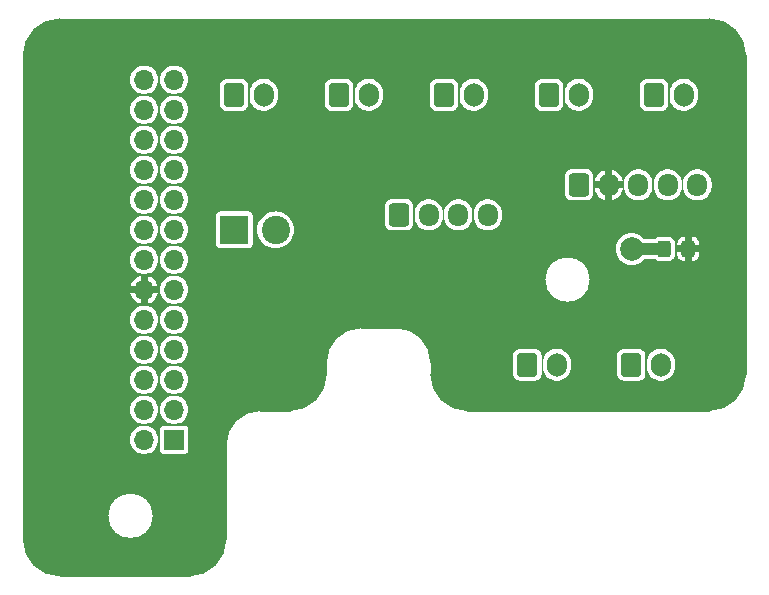
<source format=gbr>
%TF.GenerationSoftware,KiCad,Pcbnew,7.0.10*%
%TF.CreationDate,2024-04-15T19:16:32-05:00*%
%TF.ProjectId,QIDI Breakout Board,51494449-2042-4726-9561-6b6f75742042,rev?*%
%TF.SameCoordinates,PX1e84800PY243d580*%
%TF.FileFunction,Copper,L1,Top*%
%TF.FilePolarity,Positive*%
%FSLAX46Y46*%
G04 Gerber Fmt 4.6, Leading zero omitted, Abs format (unit mm)*
G04 Created by KiCad (PCBNEW 7.0.10) date 2024-04-15 19:16:32*
%MOMM*%
%LPD*%
G01*
G04 APERTURE LIST*
G04 Aperture macros list*
%AMRoundRect*
0 Rectangle with rounded corners*
0 $1 Rounding radius*
0 $2 $3 $4 $5 $6 $7 $8 $9 X,Y pos of 4 corners*
0 Add a 4 corners polygon primitive as box body*
4,1,4,$2,$3,$4,$5,$6,$7,$8,$9,$2,$3,0*
0 Add four circle primitives for the rounded corners*
1,1,$1+$1,$2,$3*
1,1,$1+$1,$4,$5*
1,1,$1+$1,$6,$7*
1,1,$1+$1,$8,$9*
0 Add four rect primitives between the rounded corners*
20,1,$1+$1,$2,$3,$4,$5,0*
20,1,$1+$1,$4,$5,$6,$7,0*
20,1,$1+$1,$6,$7,$8,$9,0*
20,1,$1+$1,$8,$9,$2,$3,0*%
G04 Aperture macros list end*
%TA.AperFunction,ComponentPad*%
%ADD10R,1.700000X1.700000*%
%TD*%
%TA.AperFunction,ComponentPad*%
%ADD11O,1.700000X1.700000*%
%TD*%
%TA.AperFunction,SMDPad,CuDef*%
%ADD12RoundRect,0.250000X0.325000X0.450000X-0.325000X0.450000X-0.325000X-0.450000X0.325000X-0.450000X0*%
%TD*%
%TA.AperFunction,ComponentPad*%
%ADD13RoundRect,0.250000X-0.600000X-0.725000X0.600000X-0.725000X0.600000X0.725000X-0.600000X0.725000X0*%
%TD*%
%TA.AperFunction,ComponentPad*%
%ADD14O,1.700000X1.950000*%
%TD*%
%TA.AperFunction,ComponentPad*%
%ADD15RoundRect,0.250000X-0.600000X-0.750000X0.600000X-0.750000X0.600000X0.750000X-0.600000X0.750000X0*%
%TD*%
%TA.AperFunction,ComponentPad*%
%ADD16O,1.700000X2.000000*%
%TD*%
%TA.AperFunction,ComponentPad*%
%ADD17R,2.400000X2.400000*%
%TD*%
%TA.AperFunction,ComponentPad*%
%ADD18C,2.400000*%
%TD*%
%TA.AperFunction,ViaPad*%
%ADD19C,2.000000*%
%TD*%
%TA.AperFunction,Conductor*%
%ADD20C,1.000000*%
%TD*%
%TA.AperFunction,Profile*%
%ADD21C,0.250000*%
%TD*%
G04 APERTURE END LIST*
D10*
%TO.P,J6,1,Pin_1*%
%TO.N,/OUT*%
X12700000Y-35560000D03*
D11*
%TO.P,J6,2,Pin_2*%
%TO.N,/SW1*%
X10160000Y-35560000D03*
%TO.P,J6,3,Pin_3*%
%TO.N,/IN*%
X12700000Y-33020000D03*
%TO.P,J6,4,Pin_4*%
%TO.N,/SW2*%
X10160000Y-33020000D03*
%TO.P,J6,5,Pin_5*%
%TO.N,/GF2*%
X12700000Y-30480000D03*
%TO.P,J6,6,Pin_6*%
%TO.N,/EXT1*%
X10160000Y-30480000D03*
%TO.P,J6,7,Pin_7*%
%TO.N,/VF2*%
X12700000Y-27940000D03*
%TO.P,J6,8,Pin_8*%
%TO.N,/EXT2*%
X10160000Y-27940000D03*
%TO.P,J6,9,Pin_9*%
%TO.N,/GF1*%
X12700000Y-25400000D03*
%TO.P,J6,10,Pin_10*%
%TO.N,GND*%
X10160000Y-25400000D03*
%TO.P,J6,11,Pin_11*%
%TO.N,/VF1*%
X12700000Y-22860000D03*
%TO.P,J6,12,Pin_12*%
%TO.N,+5V*%
X10160000Y-22860000D03*
%TO.P,J6,13,Pin_13*%
%TO.N,/Heater*%
X12700000Y-20320000D03*
%TO.P,J6,14,Pin_14*%
X10160000Y-20320000D03*
%TO.P,J6,15,Pin_15*%
%TO.N,/VBB*%
X12700000Y-17780000D03*
%TO.P,J6,16,Pin_16*%
X10160000Y-17780000D03*
%TO.P,J6,17,Pin_17*%
%TO.N,/1A*%
X12700000Y-15240000D03*
%TO.P,J6,18,Pin_18*%
%TO.N,/Ther3b*%
X10160000Y-15240000D03*
%TO.P,J6,19,Pin_19*%
%TO.N,/1B*%
X12700000Y-12700000D03*
%TO.P,J6,20,Pin_20*%
%TO.N,/Ther3a*%
X10160000Y-12700000D03*
%TO.P,J6,21,Pin_21*%
%TO.N,/2A*%
X12700000Y-10160000D03*
%TO.P,J6,22,Pin_22*%
%TO.N,/Ther2b*%
X10160000Y-10160000D03*
%TO.P,J6,23,Pin_23*%
%TO.N,/2B*%
X12700000Y-7620000D03*
%TO.P,J6,24,Pin_24*%
%TO.N,/Ther2a*%
X10160000Y-7620000D03*
%TO.P,J6,25,Pin_25*%
%TO.N,/Ther1a*%
X12700000Y-5080000D03*
%TO.P,J6,26,Pin_26*%
%TO.N,/Ther1b*%
X10160000Y-5080000D03*
%TD*%
D12*
%TO.P,C1,1*%
%TO.N,+5V*%
X56224999Y-19400000D03*
%TO.P,C1,2*%
%TO.N,GND*%
X54174999Y-19400000D03*
%TD*%
D13*
%TO.P,J8,1,Pin_1*%
%TO.N,/1A*%
X31750000Y-16510000D03*
D14*
%TO.P,J8,2,Pin_2*%
%TO.N,/1B*%
X34250000Y-16510000D03*
%TO.P,J8,3,Pin_3*%
%TO.N,/2A*%
X36750000Y-16510000D03*
%TO.P,J8,4,Pin_4*%
%TO.N,/2B*%
X39250000Y-16510000D03*
%TD*%
D15*
%TO.P,J10,1,Pin_1*%
%TO.N,/SW1*%
X51400000Y-29200000D03*
D16*
%TO.P,J10,2,Pin_2*%
%TO.N,/SW2*%
X53900000Y-29200000D03*
%TD*%
D15*
%TO.P,J11,1,Pin_1*%
%TO.N,/EXT1*%
X42600000Y-29200000D03*
D16*
%TO.P,J11,2,Pin_2*%
%TO.N,/EXT2*%
X45100000Y-29200000D03*
%TD*%
D13*
%TO.P,J9,1,Pin_1*%
%TO.N,GND*%
X46990000Y-13970000D03*
D14*
%TO.P,J9,2,Pin_2*%
%TO.N,+5V*%
X49490000Y-13970000D03*
%TO.P,J9,3,Pin_3*%
%TO.N,/IN*%
X51990000Y-13970000D03*
%TO.P,J9,4,Pin_4*%
%TO.N,GND*%
X54490000Y-13970000D03*
%TO.P,J9,5,Pin_5*%
%TO.N,/OUT*%
X56990000Y-13970000D03*
%TD*%
D15*
%TO.P,J1,1,Pin_1*%
%TO.N,/Ther1a*%
X17780000Y-6350000D03*
D16*
%TO.P,J1,2,Pin_2*%
%TO.N,/Ther1b*%
X20280000Y-6350000D03*
%TD*%
D15*
%TO.P,J3,1,Pin_1*%
%TO.N,/Ther3a*%
X35560000Y-6350000D03*
D16*
%TO.P,J3,2,Pin_2*%
%TO.N,/Ther3b*%
X38060000Y-6350000D03*
%TD*%
D15*
%TO.P,J4,1,Pin_1*%
%TO.N,/VF1*%
X44450000Y-6350000D03*
D16*
%TO.P,J4,2,Pin_2*%
%TO.N,/GF1*%
X46950000Y-6350000D03*
%TD*%
D15*
%TO.P,J5,1,Pin_1*%
%TO.N,/VF2*%
X53340000Y-6350000D03*
D16*
%TO.P,J5,2,Pin_2*%
%TO.N,/GF2*%
X55840000Y-6350000D03*
%TD*%
D17*
%TO.P,J7,1,Pin_1*%
%TO.N,/VBB*%
X17780000Y-17780000D03*
D18*
%TO.P,J7,2,Pin_2*%
%TO.N,/Heater*%
X21280000Y-17780000D03*
%TD*%
D15*
%TO.P,J2,1,Pin_1*%
%TO.N,/Ther2a*%
X26670000Y-6350000D03*
D16*
%TO.P,J2,2,Pin_2*%
%TO.N,/Ther2b*%
X29170000Y-6350000D03*
%TD*%
D19*
%TO.N,GND*%
X51424999Y-19400000D03*
%TO.N,+5V*%
X58599999Y-19400000D03*
X3089999Y-41829999D03*
%TD*%
D20*
%TO.N,GND*%
X54174999Y-19400000D02*
X51424999Y-19400000D01*
%TD*%
%TA.AperFunction,Conductor*%
%TO.N,+5V*%
G36*
X58000628Y-531D02*
G01*
X58133311Y-7485D01*
X58318957Y-17910D01*
X58321311Y-18162D01*
X58475666Y-42609D01*
X58639928Y-70519D01*
X58642107Y-70995D01*
X58796600Y-112392D01*
X58796786Y-112444D01*
X58953301Y-157535D01*
X58955235Y-158183D01*
X59105980Y-216048D01*
X59106400Y-216216D01*
X59255392Y-277931D01*
X59257075Y-278706D01*
X59392366Y-347640D01*
X59401562Y-352326D01*
X59402275Y-352705D01*
X59542653Y-430289D01*
X59544115Y-431166D01*
X59680450Y-519703D01*
X59681267Y-520258D01*
X59811739Y-612833D01*
X59812941Y-613743D01*
X59939504Y-716232D01*
X59940361Y-716963D01*
X60059495Y-823428D01*
X60060473Y-824352D01*
X60175641Y-939519D01*
X60176564Y-940496D01*
X60283045Y-1059648D01*
X60283762Y-1060489D01*
X60323152Y-1109131D01*
X60386254Y-1187057D01*
X60387175Y-1188273D01*
X60479732Y-1318718D01*
X60480287Y-1319535D01*
X60568835Y-1455887D01*
X60569712Y-1457349D01*
X60647288Y-1597713D01*
X60647667Y-1598426D01*
X60721285Y-1742909D01*
X60722074Y-1744621D01*
X60783748Y-1893516D01*
X60783981Y-1894099D01*
X60841810Y-2044747D01*
X60842466Y-2046704D01*
X60887523Y-2203101D01*
X60887643Y-2203534D01*
X60929000Y-2357885D01*
X60929479Y-2360076D01*
X60957364Y-2524188D01*
X60957408Y-2524454D01*
X60981833Y-2678667D01*
X60982090Y-2681075D01*
X60992527Y-2866939D01*
X60992532Y-2867029D01*
X60999466Y-2999330D01*
X60999499Y-3000586D01*
X60999499Y-29999372D01*
X60999466Y-30000628D01*
X60992519Y-30133178D01*
X60992514Y-30133268D01*
X60982088Y-30318928D01*
X60981831Y-30321336D01*
X60957414Y-30475498D01*
X60957370Y-30475764D01*
X60929478Y-30639921D01*
X60928999Y-30642113D01*
X60887639Y-30796471D01*
X60887519Y-30796903D01*
X60842464Y-30953291D01*
X60841808Y-30955248D01*
X60783985Y-31105884D01*
X60783752Y-31106467D01*
X60722071Y-31255379D01*
X60721282Y-31257091D01*
X60647664Y-31401571D01*
X60647285Y-31402284D01*
X60569712Y-31542644D01*
X60568835Y-31544106D01*
X60480287Y-31680458D01*
X60479732Y-31681275D01*
X60387173Y-31811724D01*
X60386252Y-31812940D01*
X60283777Y-31939488D01*
X60283020Y-31940376D01*
X60176579Y-32059483D01*
X60175655Y-32060462D01*
X60060462Y-32175655D01*
X60059483Y-32176579D01*
X59940376Y-32283020D01*
X59939488Y-32283777D01*
X59812940Y-32386252D01*
X59811724Y-32387173D01*
X59681275Y-32479732D01*
X59680458Y-32480287D01*
X59544106Y-32568835D01*
X59542644Y-32569712D01*
X59402284Y-32647285D01*
X59401571Y-32647664D01*
X59257091Y-32721282D01*
X59255379Y-32722071D01*
X59106467Y-32783752D01*
X59105884Y-32783985D01*
X58955248Y-32841808D01*
X58953291Y-32842464D01*
X58796903Y-32887519D01*
X58796471Y-32887639D01*
X58642113Y-32928999D01*
X58639921Y-32929478D01*
X58475764Y-32957370D01*
X58475498Y-32957414D01*
X58321336Y-32981831D01*
X58318928Y-32982088D01*
X58133343Y-32992509D01*
X58133253Y-32992514D01*
X58000629Y-32999466D01*
X57999373Y-32999499D01*
X37500625Y-32999499D01*
X37499369Y-32999466D01*
X37366630Y-32992508D01*
X37366540Y-32992503D01*
X37181075Y-32982088D01*
X37178667Y-32981831D01*
X37024471Y-32957409D01*
X37024205Y-32957365D01*
X36860076Y-32929478D01*
X36857884Y-32928999D01*
X36703517Y-32887637D01*
X36703085Y-32887517D01*
X36546710Y-32842466D01*
X36544753Y-32841810D01*
X36394105Y-32783981D01*
X36393521Y-32783748D01*
X36244617Y-32722069D01*
X36242906Y-32721280D01*
X36098427Y-32647665D01*
X36097714Y-32647286D01*
X35957350Y-32569710D01*
X35955888Y-32568833D01*
X35819536Y-32480285D01*
X35818719Y-32479730D01*
X35688266Y-32387168D01*
X35687050Y-32386246D01*
X35560517Y-32283781D01*
X35559629Y-32283025D01*
X35440505Y-32176569D01*
X35439527Y-32175645D01*
X35324359Y-32060478D01*
X35323434Y-32059499D01*
X35321983Y-32057875D01*
X35216957Y-31940350D01*
X35216222Y-31939488D01*
X35113746Y-31812940D01*
X35112825Y-31811724D01*
X35020265Y-31681273D01*
X35019710Y-31680456D01*
X34940996Y-31559248D01*
X34931161Y-31544103D01*
X34930296Y-31542662D01*
X34862713Y-31420379D01*
X34852707Y-31402274D01*
X34852328Y-31401561D01*
X34796624Y-31292236D01*
X34778708Y-31257074D01*
X34777933Y-31255391D01*
X34716218Y-31106399D01*
X34716050Y-31105979D01*
X34658188Y-30955241D01*
X34657533Y-30953287D01*
X34612455Y-30796818D01*
X34612389Y-30796583D01*
X34570997Y-30642106D01*
X34570521Y-30639928D01*
X34542596Y-30475571D01*
X34518164Y-30321311D01*
X34517912Y-30318954D01*
X34507499Y-30133544D01*
X34500532Y-30000589D01*
X34500499Y-29999333D01*
X34500499Y-29989355D01*
X41399500Y-29989355D01*
X41414956Y-30106762D01*
X41414957Y-30106767D01*
X41475461Y-30252835D01*
X41475464Y-30252841D01*
X41571718Y-30378282D01*
X41697159Y-30474536D01*
X41700124Y-30475764D01*
X41843232Y-30535042D01*
X41843234Y-30535042D01*
X41843238Y-30535044D01*
X41960639Y-30550500D01*
X43239360Y-30550499D01*
X43356762Y-30535044D01*
X43502841Y-30474536D01*
X43628282Y-30378282D01*
X43724536Y-30252841D01*
X43785044Y-30106762D01*
X43800500Y-29989361D01*
X43800500Y-29405503D01*
X43899500Y-29405503D01*
X43914885Y-29571536D01*
X43942265Y-29667768D01*
X43975771Y-29785527D01*
X44074944Y-29984693D01*
X44209014Y-30162231D01*
X44209019Y-30162236D01*
X44373438Y-30312124D01*
X44562599Y-30429247D01*
X44562600Y-30429247D01*
X44562601Y-30429248D01*
X44618364Y-30450850D01*
X44770060Y-30509618D01*
X44988757Y-30550500D01*
X45211243Y-30550500D01*
X45429940Y-30509618D01*
X45637401Y-30429247D01*
X45826562Y-30312124D01*
X45990981Y-30162236D01*
X46121534Y-29989355D01*
X50199500Y-29989355D01*
X50214956Y-30106762D01*
X50214957Y-30106767D01*
X50275461Y-30252835D01*
X50275464Y-30252841D01*
X50371718Y-30378282D01*
X50497159Y-30474536D01*
X50500124Y-30475764D01*
X50643232Y-30535042D01*
X50643234Y-30535042D01*
X50643238Y-30535044D01*
X50760639Y-30550500D01*
X52039360Y-30550499D01*
X52156762Y-30535044D01*
X52302841Y-30474536D01*
X52428282Y-30378282D01*
X52524536Y-30252841D01*
X52585044Y-30106762D01*
X52600500Y-29989361D01*
X52600500Y-29405503D01*
X52699500Y-29405503D01*
X52714885Y-29571536D01*
X52742265Y-29667768D01*
X52775771Y-29785527D01*
X52874944Y-29984693D01*
X53009014Y-30162231D01*
X53009019Y-30162236D01*
X53173438Y-30312124D01*
X53362599Y-30429247D01*
X53362600Y-30429247D01*
X53362601Y-30429248D01*
X53418364Y-30450850D01*
X53570060Y-30509618D01*
X53788757Y-30550500D01*
X54011243Y-30550500D01*
X54229940Y-30509618D01*
X54437401Y-30429247D01*
X54626562Y-30312124D01*
X54790981Y-30162236D01*
X54925058Y-29984689D01*
X55024229Y-29785528D01*
X55085115Y-29571536D01*
X55100500Y-29405503D01*
X55100500Y-28994497D01*
X55085115Y-28828464D01*
X55024229Y-28614472D01*
X54925058Y-28415311D01*
X54925056Y-28415309D01*
X54925055Y-28415306D01*
X54790985Y-28237768D01*
X54790980Y-28237763D01*
X54626561Y-28087875D01*
X54437399Y-27970752D01*
X54437398Y-27970751D01*
X54229940Y-27890382D01*
X54011243Y-27849500D01*
X53788757Y-27849500D01*
X53570059Y-27890382D01*
X53362601Y-27970751D01*
X53362600Y-27970752D01*
X53173438Y-28087875D01*
X53009019Y-28237763D01*
X53009014Y-28237768D01*
X52874944Y-28415306D01*
X52874942Y-28415311D01*
X52775771Y-28614472D01*
X52714885Y-28828464D01*
X52699500Y-28994497D01*
X52699500Y-29405503D01*
X52600500Y-29405503D01*
X52600499Y-28410640D01*
X52585044Y-28293238D01*
X52562065Y-28237763D01*
X52524538Y-28147164D01*
X52524535Y-28147158D01*
X52428282Y-28021718D01*
X52302841Y-27925464D01*
X52302835Y-27925461D01*
X52156767Y-27864957D01*
X52156763Y-27864956D01*
X52137195Y-27862380D01*
X52039361Y-27849500D01*
X52039356Y-27849500D01*
X50760644Y-27849500D01*
X50643237Y-27864956D01*
X50643232Y-27864957D01*
X50497164Y-27925461D01*
X50497158Y-27925464D01*
X50371720Y-28021716D01*
X50371716Y-28021720D01*
X50275464Y-28147158D01*
X50275461Y-28147164D01*
X50214957Y-28293232D01*
X50214956Y-28293236D01*
X50214956Y-28293237D01*
X50214956Y-28293238D01*
X50199500Y-28410639D01*
X50199500Y-28410640D01*
X50199500Y-28410643D01*
X50199500Y-29989355D01*
X46121534Y-29989355D01*
X46125058Y-29984689D01*
X46224229Y-29785528D01*
X46285115Y-29571536D01*
X46300500Y-29405503D01*
X46300500Y-28994497D01*
X46285115Y-28828464D01*
X46224229Y-28614472D01*
X46125058Y-28415311D01*
X46125056Y-28415309D01*
X46125055Y-28415306D01*
X45990985Y-28237768D01*
X45990980Y-28237763D01*
X45826561Y-28087875D01*
X45637399Y-27970752D01*
X45637398Y-27970751D01*
X45429940Y-27890382D01*
X45211243Y-27849500D01*
X44988757Y-27849500D01*
X44770059Y-27890382D01*
X44562601Y-27970751D01*
X44562600Y-27970752D01*
X44373438Y-28087875D01*
X44209019Y-28237763D01*
X44209014Y-28237768D01*
X44074944Y-28415306D01*
X44074942Y-28415311D01*
X43975771Y-28614472D01*
X43914885Y-28828464D01*
X43899500Y-28994497D01*
X43899500Y-29405503D01*
X43800500Y-29405503D01*
X43800499Y-28410640D01*
X43785044Y-28293238D01*
X43762065Y-28237763D01*
X43724538Y-28147164D01*
X43724535Y-28147158D01*
X43628282Y-28021718D01*
X43502841Y-27925464D01*
X43502835Y-27925461D01*
X43356767Y-27864957D01*
X43356763Y-27864956D01*
X43337195Y-27862380D01*
X43239361Y-27849500D01*
X43239356Y-27849500D01*
X41960644Y-27849500D01*
X41843237Y-27864956D01*
X41843232Y-27864957D01*
X41697164Y-27925461D01*
X41697158Y-27925464D01*
X41571720Y-28021716D01*
X41571716Y-28021720D01*
X41475464Y-28147158D01*
X41475461Y-28147164D01*
X41414957Y-28293232D01*
X41414956Y-28293236D01*
X41414956Y-28293237D01*
X41414956Y-28293238D01*
X41399500Y-28410639D01*
X41399500Y-28410640D01*
X41399500Y-28410643D01*
X41399500Y-29989355D01*
X34500499Y-29989355D01*
X34500499Y-29009942D01*
X34500501Y-29009937D01*
X34500501Y-28842755D01*
X34500501Y-28842749D01*
X34467627Y-28529973D01*
X34402239Y-28222346D01*
X34305053Y-27923240D01*
X34177135Y-27635931D01*
X34019885Y-27363566D01*
X33835027Y-27109131D01*
X33730409Y-26992941D01*
X33624599Y-26875427D01*
X33624595Y-26875423D01*
X33624586Y-26875413D01*
X33624572Y-26875400D01*
X33624571Y-26875399D01*
X33390875Y-26664979D01*
X33390862Y-26664968D01*
X33136439Y-26480119D01*
X33136438Y-26480118D01*
X33136432Y-26480114D01*
X32901920Y-26344718D01*
X32864070Y-26322865D01*
X32576761Y-26194947D01*
X32576756Y-26194945D01*
X32277668Y-26097765D01*
X32277658Y-26097762D01*
X31970021Y-26032372D01*
X31832196Y-26017886D01*
X31657249Y-25999499D01*
X31500098Y-25999499D01*
X28500499Y-25999499D01*
X28499999Y-25999499D01*
X28342749Y-25999499D01*
X28180746Y-26016526D01*
X28029976Y-26032372D01*
X27722340Y-26097762D01*
X27722331Y-26097765D01*
X27423241Y-26194946D01*
X27423236Y-26194948D01*
X27135928Y-26322866D01*
X26998249Y-26402356D01*
X26863567Y-26480115D01*
X26863564Y-26480116D01*
X26863559Y-26480120D01*
X26609136Y-26664969D01*
X26609123Y-26664980D01*
X26375428Y-26875400D01*
X26375400Y-26875428D01*
X26164980Y-27109123D01*
X26164969Y-27109136D01*
X25980120Y-27363559D01*
X25822866Y-27635928D01*
X25694948Y-27923236D01*
X25694946Y-27923241D01*
X25597765Y-28222331D01*
X25597762Y-28222340D01*
X25532372Y-28529976D01*
X25515925Y-28686466D01*
X25499499Y-28842749D01*
X25499499Y-28842755D01*
X25499499Y-29999372D01*
X25499466Y-30000628D01*
X25492519Y-30133178D01*
X25492514Y-30133268D01*
X25482088Y-30318928D01*
X25481831Y-30321336D01*
X25457414Y-30475498D01*
X25457370Y-30475764D01*
X25429478Y-30639921D01*
X25428999Y-30642113D01*
X25387639Y-30796471D01*
X25387519Y-30796903D01*
X25342464Y-30953291D01*
X25341808Y-30955248D01*
X25283985Y-31105884D01*
X25283752Y-31106467D01*
X25222071Y-31255379D01*
X25221282Y-31257091D01*
X25147664Y-31401571D01*
X25147285Y-31402284D01*
X25069712Y-31542644D01*
X25068835Y-31544106D01*
X24980287Y-31680458D01*
X24979732Y-31681275D01*
X24887173Y-31811724D01*
X24886252Y-31812940D01*
X24783777Y-31939488D01*
X24783020Y-31940376D01*
X24676579Y-32059483D01*
X24675655Y-32060462D01*
X24560462Y-32175655D01*
X24559483Y-32176579D01*
X24440376Y-32283020D01*
X24439488Y-32283777D01*
X24312940Y-32386252D01*
X24311724Y-32387173D01*
X24181275Y-32479732D01*
X24180458Y-32480287D01*
X24044106Y-32568835D01*
X24042644Y-32569712D01*
X23902284Y-32647285D01*
X23901571Y-32647664D01*
X23757091Y-32721282D01*
X23755379Y-32722071D01*
X23606467Y-32783752D01*
X23605884Y-32783985D01*
X23455248Y-32841808D01*
X23453291Y-32842464D01*
X23296903Y-32887519D01*
X23296471Y-32887639D01*
X23142113Y-32928999D01*
X23139921Y-32929478D01*
X22975764Y-32957370D01*
X22975498Y-32957414D01*
X22821336Y-32981831D01*
X22818928Y-32982088D01*
X22633343Y-32992509D01*
X22633253Y-32992514D01*
X22500629Y-32999466D01*
X22499373Y-32999499D01*
X20000499Y-32999499D01*
X19999999Y-32999499D01*
X19842749Y-32999499D01*
X19680746Y-33016526D01*
X19529976Y-33032372D01*
X19222340Y-33097762D01*
X19222331Y-33097765D01*
X18923241Y-33194946D01*
X18923236Y-33194948D01*
X18635928Y-33322866D01*
X18498249Y-33402356D01*
X18363567Y-33480115D01*
X18363564Y-33480116D01*
X18363559Y-33480120D01*
X18109136Y-33664969D01*
X18109123Y-33664980D01*
X17875428Y-33875400D01*
X17875400Y-33875428D01*
X17664980Y-34109123D01*
X17664969Y-34109136D01*
X17480120Y-34363559D01*
X17480116Y-34363564D01*
X17480115Y-34363567D01*
X17447070Y-34420802D01*
X17322866Y-34635928D01*
X17194948Y-34923236D01*
X17194946Y-34923241D01*
X17097765Y-35222331D01*
X17097762Y-35222340D01*
X17032372Y-35529976D01*
X17015925Y-35686466D01*
X16999499Y-35842749D01*
X16999499Y-35842755D01*
X16999499Y-43999372D01*
X16999466Y-44000628D01*
X16992519Y-44133178D01*
X16992514Y-44133268D01*
X16982088Y-44318928D01*
X16981831Y-44321336D01*
X16957414Y-44475498D01*
X16957370Y-44475764D01*
X16929478Y-44639921D01*
X16928999Y-44642113D01*
X16887639Y-44796471D01*
X16887519Y-44796903D01*
X16842464Y-44953291D01*
X16841808Y-44955248D01*
X16783985Y-45105884D01*
X16783752Y-45106467D01*
X16722071Y-45255379D01*
X16721282Y-45257091D01*
X16647664Y-45401571D01*
X16647285Y-45402284D01*
X16569712Y-45542644D01*
X16568835Y-45544106D01*
X16480287Y-45680458D01*
X16479732Y-45681275D01*
X16387173Y-45811724D01*
X16386252Y-45812940D01*
X16283777Y-45939488D01*
X16283020Y-45940376D01*
X16176579Y-46059483D01*
X16175655Y-46060462D01*
X16060462Y-46175655D01*
X16059483Y-46176579D01*
X15940376Y-46283020D01*
X15939488Y-46283777D01*
X15812940Y-46386252D01*
X15811724Y-46387173D01*
X15681275Y-46479732D01*
X15680458Y-46480287D01*
X15544106Y-46568835D01*
X15542644Y-46569712D01*
X15402284Y-46647285D01*
X15401571Y-46647664D01*
X15257091Y-46721282D01*
X15255379Y-46722071D01*
X15106467Y-46783752D01*
X15105884Y-46783985D01*
X14955248Y-46841808D01*
X14953291Y-46842464D01*
X14796903Y-46887519D01*
X14796471Y-46887639D01*
X14642113Y-46928999D01*
X14639921Y-46929478D01*
X14475764Y-46957370D01*
X14475498Y-46957414D01*
X14321336Y-46981831D01*
X14318928Y-46982088D01*
X14133343Y-46992509D01*
X14133253Y-46992514D01*
X14000629Y-46999466D01*
X13999373Y-46999499D01*
X3000625Y-46999499D01*
X2999369Y-46999466D01*
X2866630Y-46992508D01*
X2866540Y-46992503D01*
X2681075Y-46982088D01*
X2678667Y-46981831D01*
X2524471Y-46957409D01*
X2524205Y-46957365D01*
X2360076Y-46929478D01*
X2357884Y-46928999D01*
X2203517Y-46887637D01*
X2203085Y-46887517D01*
X2046710Y-46842466D01*
X2044753Y-46841810D01*
X1894105Y-46783981D01*
X1893521Y-46783748D01*
X1744617Y-46722069D01*
X1742906Y-46721280D01*
X1598427Y-46647665D01*
X1597714Y-46647286D01*
X1457350Y-46569710D01*
X1455888Y-46568833D01*
X1319536Y-46480285D01*
X1318719Y-46479730D01*
X1188266Y-46387168D01*
X1187050Y-46386246D01*
X1060517Y-46283781D01*
X1059629Y-46283025D01*
X940505Y-46176569D01*
X939527Y-46175645D01*
X824359Y-46060478D01*
X823434Y-46059499D01*
X823420Y-46059483D01*
X716957Y-45940350D01*
X716222Y-45939488D01*
X613746Y-45812940D01*
X612825Y-45811724D01*
X520265Y-45681273D01*
X519710Y-45680456D01*
X431167Y-45544113D01*
X430296Y-45542662D01*
X362713Y-45420379D01*
X352707Y-45402274D01*
X352328Y-45401561D01*
X278717Y-45257091D01*
X278708Y-45257074D01*
X277933Y-45255391D01*
X216218Y-45106399D01*
X216050Y-45105979D01*
X158188Y-44955241D01*
X157533Y-44953287D01*
X112455Y-44796818D01*
X112389Y-44796583D01*
X70997Y-44642106D01*
X70521Y-44639928D01*
X42596Y-44475571D01*
X18164Y-44321311D01*
X17912Y-44318954D01*
X7499Y-44133544D01*
X532Y-44000589D01*
X499Y-43999333D01*
X499Y-41999998D01*
X6994389Y-41999998D01*
X7002486Y-42113210D01*
X7002547Y-42114922D01*
X7002547Y-42142860D01*
X7006523Y-42170516D01*
X7006706Y-42172219D01*
X7014802Y-42285423D01*
X7014803Y-42285427D01*
X7038927Y-42396330D01*
X7039231Y-42398014D01*
X7043208Y-42425670D01*
X7043209Y-42425673D01*
X7051078Y-42452475D01*
X7051501Y-42454134D01*
X7075628Y-42565039D01*
X7075629Y-42565043D01*
X7115292Y-42671384D01*
X7115833Y-42673008D01*
X7117768Y-42679600D01*
X7123706Y-42699820D01*
X7123707Y-42699822D01*
X7123708Y-42699824D01*
X7135310Y-42725230D01*
X7135966Y-42726813D01*
X7175634Y-42833165D01*
X7230023Y-42932771D01*
X7230790Y-42934303D01*
X7242398Y-42959719D01*
X7242401Y-42959726D01*
X7257504Y-42983226D01*
X7258378Y-42984699D01*
X7312772Y-43084312D01*
X7312779Y-43084323D01*
X7380788Y-43175174D01*
X7381764Y-43176580D01*
X7396870Y-43200083D01*
X7396872Y-43200086D01*
X7415167Y-43221200D01*
X7416242Y-43222533D01*
X7484259Y-43313393D01*
X7484264Y-43313398D01*
X7564514Y-43393649D01*
X7565681Y-43394902D01*
X7583979Y-43416019D01*
X7605086Y-43434308D01*
X7605094Y-43434315D01*
X7606347Y-43435482D01*
X7686599Y-43515733D01*
X7686604Y-43515738D01*
X7777463Y-43583754D01*
X7778796Y-43584829D01*
X7799909Y-43603123D01*
X7799918Y-43603130D01*
X7810232Y-43609757D01*
X7823428Y-43618238D01*
X7824806Y-43619195D01*
X7915684Y-43687225D01*
X8015293Y-43741616D01*
X8015297Y-43741618D01*
X8016759Y-43742485D01*
X8040277Y-43757599D01*
X8065684Y-43769202D01*
X8065693Y-43769206D01*
X8067225Y-43769973D01*
X8166832Y-43824363D01*
X8166833Y-43824363D01*
X8166838Y-43824366D01*
X8273200Y-43864037D01*
X8274749Y-43864679D01*
X8300178Y-43876292D01*
X8323818Y-43883233D01*
X8326987Y-43884164D01*
X8328612Y-43884705D01*
X8352227Y-43893512D01*
X8434953Y-43924368D01*
X8545880Y-43948498D01*
X8547498Y-43948912D01*
X8574325Y-43956789D01*
X8601991Y-43960766D01*
X8603649Y-43961065D01*
X8714571Y-43985195D01*
X8827818Y-43993294D01*
X8829438Y-43993468D01*
X8857138Y-43997451D01*
X8857139Y-43997451D01*
X8885075Y-43997451D01*
X8886786Y-43997511D01*
X8999999Y-44005609D01*
X9071447Y-44000499D01*
X9071448Y-44000499D01*
X9110923Y-43997675D01*
X9113213Y-43997512D01*
X9114924Y-43997451D01*
X9142859Y-43997451D01*
X9142860Y-43997451D01*
X9170538Y-43993471D01*
X9172196Y-43993293D01*
X9285428Y-43985195D01*
X9396349Y-43961065D01*
X9398011Y-43960766D01*
X9425673Y-43956789D01*
X9452512Y-43948908D01*
X9454105Y-43948501D01*
X9565046Y-43924368D01*
X9671439Y-43884685D01*
X9672980Y-43884172D01*
X9699820Y-43876292D01*
X9725269Y-43864669D01*
X9726775Y-43864045D01*
X9833161Y-43824366D01*
X9932807Y-43769954D01*
X9934268Y-43769222D01*
X9959721Y-43757599D01*
X9983251Y-43742477D01*
X9984635Y-43741654D01*
X10084315Y-43687225D01*
X10175233Y-43619163D01*
X10176539Y-43618257D01*
X10200085Y-43603126D01*
X10221221Y-43584811D01*
X10222497Y-43583783D01*
X10313395Y-43515738D01*
X10393683Y-43435449D01*
X10394865Y-43434348D01*
X10416019Y-43416019D01*
X10434348Y-43394865D01*
X10435449Y-43393683D01*
X10515739Y-43313394D01*
X10583781Y-43222499D01*
X10584817Y-43221214D01*
X10603126Y-43200085D01*
X10618256Y-43176541D01*
X10619162Y-43175236D01*
X10687226Y-43084314D01*
X10741660Y-42984624D01*
X10742469Y-42983262D01*
X10757599Y-42959721D01*
X10769217Y-42934280D01*
X10769956Y-42932805D01*
X10824367Y-42833160D01*
X10864051Y-42726762D01*
X10864670Y-42725267D01*
X10876292Y-42699820D01*
X10884170Y-42672989D01*
X10884686Y-42671438D01*
X10924369Y-42565045D01*
X10948504Y-42454095D01*
X10948911Y-42452500D01*
X10956789Y-42425673D01*
X10960768Y-42397996D01*
X10961064Y-42396358D01*
X10985196Y-42285427D01*
X10993296Y-42172159D01*
X10993469Y-42170549D01*
X10997451Y-42142860D01*
X10998124Y-42105113D01*
X10998176Y-42103932D01*
X11005610Y-41999999D01*
X10998176Y-41896069D01*
X10998124Y-41894880D01*
X10997451Y-41857138D01*
X10993470Y-41829454D01*
X10993296Y-41827832D01*
X10985196Y-41714571D01*
X10961062Y-41603631D01*
X10960765Y-41601982D01*
X10956789Y-41574325D01*
X10948915Y-41547507D01*
X10948501Y-41545888D01*
X10924369Y-41434953D01*
X10884701Y-41328599D01*
X10884160Y-41326974D01*
X10876292Y-41300178D01*
X10864683Y-41274759D01*
X10864043Y-41273214D01*
X10824367Y-41166838D01*
X10769968Y-41067214D01*
X10769201Y-41065682D01*
X10757600Y-41040280D01*
X10757599Y-41040277D01*
X10742480Y-41016752D01*
X10741635Y-41015326D01*
X10709114Y-40955769D01*
X10687229Y-40915688D01*
X10686892Y-40915238D01*
X10619181Y-40824787D01*
X10618239Y-40823429D01*
X10603126Y-40799913D01*
X10603122Y-40799908D01*
X10584837Y-40778805D01*
X10583762Y-40777472D01*
X10515739Y-40686604D01*
X10515734Y-40686599D01*
X10435476Y-40606340D01*
X10434309Y-40605087D01*
X10416022Y-40583983D01*
X10416019Y-40583979D01*
X10394909Y-40565687D01*
X10393656Y-40564520D01*
X10313399Y-40484264D01*
X10313394Y-40484259D01*
X10222526Y-40416236D01*
X10221193Y-40415161D01*
X10200088Y-40396874D01*
X10200085Y-40396872D01*
X10176565Y-40381756D01*
X10175196Y-40380805D01*
X10124554Y-40342896D01*
X10084317Y-40312774D01*
X10084313Y-40312772D01*
X9984693Y-40258375D01*
X9983220Y-40257501D01*
X9959721Y-40242399D01*
X9959714Y-40242395D01*
X9934309Y-40230793D01*
X9932777Y-40230026D01*
X9833165Y-40175634D01*
X9833163Y-40175633D01*
X9833161Y-40175632D01*
X9786329Y-40158164D01*
X9726809Y-40135964D01*
X9725227Y-40135308D01*
X9699829Y-40123709D01*
X9699812Y-40123703D01*
X9673013Y-40115833D01*
X9671389Y-40115293D01*
X9565044Y-40075629D01*
X9565040Y-40075628D01*
X9454144Y-40051504D01*
X9452485Y-40051081D01*
X9425673Y-40043209D01*
X9425656Y-40043205D01*
X9398017Y-40039230D01*
X9396333Y-40038927D01*
X9285428Y-40014803D01*
X9285424Y-40014802D01*
X9172216Y-40006705D01*
X9170513Y-40006522D01*
X9142861Y-40002547D01*
X9142860Y-40002547D01*
X9114924Y-40002547D01*
X9113212Y-40002486D01*
X9071448Y-39999499D01*
X9071447Y-39999499D01*
X9071445Y-39999498D01*
X8999999Y-39994389D01*
X8886787Y-40002486D01*
X8885075Y-40002547D01*
X8857137Y-40002547D01*
X8829481Y-40006523D01*
X8827778Y-40006706D01*
X8714574Y-40014802D01*
X8714570Y-40014803D01*
X8603666Y-40038927D01*
X8601982Y-40039231D01*
X8574327Y-40043208D01*
X8574320Y-40043210D01*
X8547507Y-40051082D01*
X8545849Y-40051505D01*
X8434958Y-40075628D01*
X8434954Y-40075629D01*
X8328612Y-40115292D01*
X8326988Y-40115832D01*
X8300185Y-40123703D01*
X8300180Y-40123705D01*
X8274770Y-40135309D01*
X8273189Y-40135964D01*
X8166830Y-40175635D01*
X8067230Y-40230020D01*
X8065700Y-40230786D01*
X8040279Y-40242397D01*
X8040274Y-40242400D01*
X8016759Y-40257510D01*
X8015287Y-40258383D01*
X7915685Y-40312772D01*
X7915674Y-40312779D01*
X7824829Y-40380784D01*
X7823424Y-40381760D01*
X7799910Y-40396873D01*
X7778804Y-40415162D01*
X7777471Y-40416237D01*
X7686604Y-40484259D01*
X7686599Y-40484264D01*
X7606354Y-40564508D01*
X7605102Y-40565674D01*
X7583984Y-40583974D01*
X7583974Y-40583984D01*
X7565674Y-40605102D01*
X7564508Y-40606354D01*
X7484264Y-40686599D01*
X7484259Y-40686604D01*
X7416237Y-40777471D01*
X7415162Y-40778804D01*
X7396873Y-40799910D01*
X7381760Y-40823424D01*
X7380784Y-40824829D01*
X7312779Y-40915674D01*
X7312772Y-40915685D01*
X7258383Y-41015287D01*
X7257510Y-41016759D01*
X7242400Y-41040274D01*
X7242397Y-41040279D01*
X7230786Y-41065700D01*
X7230020Y-41067230D01*
X7175635Y-41166830D01*
X7135964Y-41273189D01*
X7135309Y-41274770D01*
X7123705Y-41300180D01*
X7123703Y-41300185D01*
X7115832Y-41326988D01*
X7115292Y-41328612D01*
X7075629Y-41434954D01*
X7075628Y-41434958D01*
X7051505Y-41545849D01*
X7051082Y-41547507D01*
X7043210Y-41574320D01*
X7043208Y-41574327D01*
X7039231Y-41601982D01*
X7038927Y-41603666D01*
X7014803Y-41714570D01*
X7014802Y-41714574D01*
X7006706Y-41827778D01*
X7006523Y-41829481D01*
X7002547Y-41857137D01*
X7002547Y-41885074D01*
X7002486Y-41886786D01*
X6994389Y-41999998D01*
X499Y-41999998D01*
X499Y-35560000D01*
X8954357Y-35560000D01*
X8974885Y-35781536D01*
X9035771Y-35995528D01*
X9134942Y-36194689D01*
X9134944Y-36194693D01*
X9269014Y-36372231D01*
X9269019Y-36372236D01*
X9433438Y-36522124D01*
X9622599Y-36639247D01*
X9622600Y-36639247D01*
X9622601Y-36639248D01*
X9678364Y-36660850D01*
X9830060Y-36719618D01*
X10048757Y-36760500D01*
X10271243Y-36760500D01*
X10489940Y-36719618D01*
X10697401Y-36639247D01*
X10886562Y-36522124D01*
X10973068Y-36443263D01*
X11499500Y-36443263D01*
X11509425Y-36511390D01*
X11509426Y-36511391D01*
X11560800Y-36616480D01*
X11560801Y-36616481D01*
X11560802Y-36616483D01*
X11643517Y-36699198D01*
X11748607Y-36750573D01*
X11748608Y-36750573D01*
X11748609Y-36750574D01*
X11791489Y-36756820D01*
X11816740Y-36760500D01*
X11816746Y-36760500D01*
X13583254Y-36760500D01*
X13583260Y-36760500D01*
X13617326Y-36755536D01*
X13651390Y-36750574D01*
X13651390Y-36750573D01*
X13651393Y-36750573D01*
X13756483Y-36699198D01*
X13839198Y-36616483D01*
X13890573Y-36511393D01*
X13890573Y-36511390D01*
X13890574Y-36511390D01*
X13895536Y-36477326D01*
X13900500Y-36443260D01*
X13900500Y-34676740D01*
X13894554Y-34635928D01*
X13890574Y-34608609D01*
X13890573Y-34608608D01*
X13839199Y-34503519D01*
X13839198Y-34503518D01*
X13839198Y-34503517D01*
X13756483Y-34420802D01*
X13756481Y-34420801D01*
X13756480Y-34420800D01*
X13651391Y-34369426D01*
X13651390Y-34369425D01*
X13583263Y-34359500D01*
X13583260Y-34359500D01*
X11816740Y-34359500D01*
X11816736Y-34359500D01*
X11748609Y-34369425D01*
X11748608Y-34369426D01*
X11643519Y-34420800D01*
X11560800Y-34503519D01*
X11509426Y-34608608D01*
X11509425Y-34608609D01*
X11499500Y-34676736D01*
X11499500Y-36443263D01*
X10973068Y-36443263D01*
X11050981Y-36372236D01*
X11185058Y-36194689D01*
X11284229Y-35995528D01*
X11345115Y-35781536D01*
X11365643Y-35560000D01*
X11345115Y-35338464D01*
X11284229Y-35124472D01*
X11185058Y-34925311D01*
X11185056Y-34925309D01*
X11185055Y-34925306D01*
X11050985Y-34747768D01*
X11050980Y-34747763D01*
X10886561Y-34597875D01*
X10770214Y-34525837D01*
X10697401Y-34480753D01*
X10697399Y-34480752D01*
X10697398Y-34480751D01*
X10489940Y-34400382D01*
X10271243Y-34359500D01*
X10048757Y-34359500D01*
X9830059Y-34400382D01*
X9622601Y-34480751D01*
X9622600Y-34480752D01*
X9433438Y-34597875D01*
X9269019Y-34747763D01*
X9269014Y-34747768D01*
X9134944Y-34925306D01*
X9134942Y-34925311D01*
X9035771Y-35124472D01*
X8974885Y-35338464D01*
X8954357Y-35560000D01*
X499Y-35560000D01*
X499Y-33020000D01*
X8954357Y-33020000D01*
X8974885Y-33241536D01*
X9035771Y-33455528D01*
X9094441Y-33573353D01*
X9134944Y-33654693D01*
X9269014Y-33832231D01*
X9269019Y-33832236D01*
X9433438Y-33982124D01*
X9622599Y-34099247D01*
X9622600Y-34099247D01*
X9622601Y-34099248D01*
X9648092Y-34109123D01*
X9830060Y-34179618D01*
X10048757Y-34220500D01*
X10271243Y-34220500D01*
X10489940Y-34179618D01*
X10697401Y-34099247D01*
X10886562Y-33982124D01*
X11050981Y-33832236D01*
X11185058Y-33654689D01*
X11284229Y-33455528D01*
X11345115Y-33241536D01*
X11365643Y-33020000D01*
X11494357Y-33020000D01*
X11514885Y-33241536D01*
X11575771Y-33455528D01*
X11634441Y-33573353D01*
X11674944Y-33654693D01*
X11809014Y-33832231D01*
X11809019Y-33832236D01*
X11973438Y-33982124D01*
X12162599Y-34099247D01*
X12162600Y-34099247D01*
X12162601Y-34099248D01*
X12188092Y-34109123D01*
X12370060Y-34179618D01*
X12588757Y-34220500D01*
X12811243Y-34220500D01*
X13029940Y-34179618D01*
X13237401Y-34099247D01*
X13426562Y-33982124D01*
X13590981Y-33832236D01*
X13725058Y-33654689D01*
X13824229Y-33455528D01*
X13885115Y-33241536D01*
X13905643Y-33020000D01*
X13885115Y-32798464D01*
X13824229Y-32584472D01*
X13725058Y-32385311D01*
X13725056Y-32385309D01*
X13725055Y-32385306D01*
X13590985Y-32207768D01*
X13590980Y-32207763D01*
X13426561Y-32057875D01*
X13237399Y-31940752D01*
X13237398Y-31940751D01*
X13029940Y-31860382D01*
X12811243Y-31819500D01*
X12588757Y-31819500D01*
X12370059Y-31860382D01*
X12162601Y-31940751D01*
X12162600Y-31940752D01*
X11973438Y-32057875D01*
X11809019Y-32207763D01*
X11809014Y-32207768D01*
X11674944Y-32385306D01*
X11575771Y-32584472D01*
X11514885Y-32798463D01*
X11510869Y-32841808D01*
X11494357Y-33020000D01*
X11365643Y-33020000D01*
X11345115Y-32798464D01*
X11284229Y-32584472D01*
X11185058Y-32385311D01*
X11185056Y-32385309D01*
X11185055Y-32385306D01*
X11050985Y-32207768D01*
X11050980Y-32207763D01*
X10886561Y-32057875D01*
X10697399Y-31940752D01*
X10697398Y-31940751D01*
X10489940Y-31860382D01*
X10271243Y-31819500D01*
X10048757Y-31819500D01*
X9830059Y-31860382D01*
X9622601Y-31940751D01*
X9622600Y-31940752D01*
X9433438Y-32057875D01*
X9269019Y-32207763D01*
X9269014Y-32207768D01*
X9134944Y-32385306D01*
X9035771Y-32584472D01*
X8974885Y-32798463D01*
X8970869Y-32841808D01*
X8954357Y-33020000D01*
X499Y-33020000D01*
X499Y-30480000D01*
X8954357Y-30480000D01*
X8974885Y-30701536D01*
X9035771Y-30915528D01*
X9130558Y-31105884D01*
X9134944Y-31114693D01*
X9269014Y-31292231D01*
X9269019Y-31292236D01*
X9433438Y-31442124D01*
X9622599Y-31559247D01*
X9622600Y-31559247D01*
X9622601Y-31559248D01*
X9678364Y-31580850D01*
X9830060Y-31639618D01*
X10048757Y-31680500D01*
X10271243Y-31680500D01*
X10489940Y-31639618D01*
X10697401Y-31559247D01*
X10886562Y-31442124D01*
X11050981Y-31292236D01*
X11077524Y-31257088D01*
X11185055Y-31114693D01*
X11185055Y-31114692D01*
X11185058Y-31114689D01*
X11284229Y-30915528D01*
X11345115Y-30701536D01*
X11365643Y-30480000D01*
X11494357Y-30480000D01*
X11514885Y-30701536D01*
X11575771Y-30915528D01*
X11670558Y-31105884D01*
X11674944Y-31114693D01*
X11809014Y-31292231D01*
X11809019Y-31292236D01*
X11973438Y-31442124D01*
X12162599Y-31559247D01*
X12162600Y-31559247D01*
X12162601Y-31559248D01*
X12218364Y-31580850D01*
X12370060Y-31639618D01*
X12588757Y-31680500D01*
X12811243Y-31680500D01*
X13029940Y-31639618D01*
X13237401Y-31559247D01*
X13426562Y-31442124D01*
X13590981Y-31292236D01*
X13617524Y-31257088D01*
X13725055Y-31114693D01*
X13725055Y-31114692D01*
X13725058Y-31114689D01*
X13824229Y-30915528D01*
X13885115Y-30701536D01*
X13905643Y-30480000D01*
X13885115Y-30258464D01*
X13824229Y-30044472D01*
X13725058Y-29845311D01*
X13725056Y-29845309D01*
X13725055Y-29845306D01*
X13590985Y-29667768D01*
X13590980Y-29667763D01*
X13426561Y-29517875D01*
X13245077Y-29405506D01*
X13237401Y-29400753D01*
X13237399Y-29400752D01*
X13237398Y-29400751D01*
X13029940Y-29320382D01*
X12811243Y-29279500D01*
X12588757Y-29279500D01*
X12370059Y-29320382D01*
X12162601Y-29400751D01*
X12162600Y-29400752D01*
X11973438Y-29517875D01*
X11809019Y-29667763D01*
X11809014Y-29667768D01*
X11674944Y-29845306D01*
X11575771Y-30044472D01*
X11516487Y-30252835D01*
X11514885Y-30258464D01*
X11494357Y-30480000D01*
X11365643Y-30480000D01*
X11345115Y-30258464D01*
X11284229Y-30044472D01*
X11185058Y-29845311D01*
X11185056Y-29845309D01*
X11185055Y-29845306D01*
X11050985Y-29667768D01*
X11050980Y-29667763D01*
X10886561Y-29517875D01*
X10705077Y-29405506D01*
X10697401Y-29400753D01*
X10697399Y-29400752D01*
X10697398Y-29400751D01*
X10489940Y-29320382D01*
X10271243Y-29279500D01*
X10048757Y-29279500D01*
X9830059Y-29320382D01*
X9622601Y-29400751D01*
X9622600Y-29400752D01*
X9433438Y-29517875D01*
X9269019Y-29667763D01*
X9269014Y-29667768D01*
X9134944Y-29845306D01*
X9035771Y-30044472D01*
X8976487Y-30252835D01*
X8974885Y-30258464D01*
X8954357Y-30480000D01*
X499Y-30480000D01*
X499Y-27940000D01*
X8954357Y-27940000D01*
X8974885Y-28161536D01*
X9035771Y-28375528D01*
X9134942Y-28574689D01*
X9134944Y-28574693D01*
X9269014Y-28752231D01*
X9269019Y-28752236D01*
X9433438Y-28902124D01*
X9622599Y-29019247D01*
X9622600Y-29019247D01*
X9622601Y-29019248D01*
X9678364Y-29040850D01*
X9830060Y-29099618D01*
X10048757Y-29140500D01*
X10271243Y-29140500D01*
X10489940Y-29099618D01*
X10697401Y-29019247D01*
X10886562Y-28902124D01*
X11050981Y-28752236D01*
X11185058Y-28574689D01*
X11284229Y-28375528D01*
X11345115Y-28161536D01*
X11365643Y-27940000D01*
X11494357Y-27940000D01*
X11514885Y-28161536D01*
X11575771Y-28375528D01*
X11674942Y-28574689D01*
X11674944Y-28574693D01*
X11809014Y-28752231D01*
X11809019Y-28752236D01*
X11973438Y-28902124D01*
X12162599Y-29019247D01*
X12162600Y-29019247D01*
X12162601Y-29019248D01*
X12218364Y-29040850D01*
X12370060Y-29099618D01*
X12588757Y-29140500D01*
X12811243Y-29140500D01*
X13029940Y-29099618D01*
X13237401Y-29019247D01*
X13426562Y-28902124D01*
X13590981Y-28752236D01*
X13725058Y-28574689D01*
X13824229Y-28375528D01*
X13885115Y-28161536D01*
X13905643Y-27940000D01*
X13885115Y-27718464D01*
X13824229Y-27504472D01*
X13725058Y-27305311D01*
X13725056Y-27305309D01*
X13725055Y-27305306D01*
X13590985Y-27127768D01*
X13590980Y-27127763D01*
X13426561Y-26977875D01*
X13237399Y-26860752D01*
X13237398Y-26860751D01*
X13029940Y-26780382D01*
X12811243Y-26739500D01*
X12588757Y-26739500D01*
X12370059Y-26780382D01*
X12162601Y-26860751D01*
X12162600Y-26860752D01*
X11973438Y-26977875D01*
X11809019Y-27127763D01*
X11809014Y-27127768D01*
X11674944Y-27305306D01*
X11575771Y-27504472D01*
X11538368Y-27635931D01*
X11514885Y-27718464D01*
X11494357Y-27940000D01*
X11365643Y-27940000D01*
X11345115Y-27718464D01*
X11284229Y-27504472D01*
X11185058Y-27305311D01*
X11185056Y-27305309D01*
X11185055Y-27305306D01*
X11050985Y-27127768D01*
X11050980Y-27127763D01*
X10886561Y-26977875D01*
X10697399Y-26860752D01*
X10697398Y-26860751D01*
X10489940Y-26780382D01*
X10271243Y-26739500D01*
X10048757Y-26739500D01*
X9830059Y-26780382D01*
X9622601Y-26860751D01*
X9622600Y-26860752D01*
X9433438Y-26977875D01*
X9269019Y-27127763D01*
X9269014Y-27127768D01*
X9134944Y-27305306D01*
X9035771Y-27504472D01*
X8998368Y-27635931D01*
X8974885Y-27718464D01*
X8954357Y-27940000D01*
X499Y-27940000D01*
X499Y-25400000D01*
X8954357Y-25400000D01*
X8974885Y-25621536D01*
X9035771Y-25835527D01*
X9134944Y-26034693D01*
X9269014Y-26212231D01*
X9269019Y-26212236D01*
X9433438Y-26362124D01*
X9622599Y-26479247D01*
X9622600Y-26479247D01*
X9622601Y-26479248D01*
X9624852Y-26480120D01*
X9830060Y-26559618D01*
X10048757Y-26600500D01*
X10271243Y-26600500D01*
X10489940Y-26559618D01*
X10697401Y-26479247D01*
X10886562Y-26362124D01*
X11050981Y-26212236D01*
X11185058Y-26034689D01*
X11284229Y-25835528D01*
X11345115Y-25621536D01*
X11365643Y-25400000D01*
X11494357Y-25400000D01*
X11514885Y-25621536D01*
X11575771Y-25835527D01*
X11674944Y-26034693D01*
X11809014Y-26212231D01*
X11809019Y-26212236D01*
X11973438Y-26362124D01*
X12162599Y-26479247D01*
X12162600Y-26479247D01*
X12162601Y-26479248D01*
X12164852Y-26480120D01*
X12370060Y-26559618D01*
X12588757Y-26600500D01*
X12811243Y-26600500D01*
X13029940Y-26559618D01*
X13237401Y-26479247D01*
X13426562Y-26362124D01*
X13590981Y-26212236D01*
X13725058Y-26034689D01*
X13824229Y-25835528D01*
X13885115Y-25621536D01*
X13905643Y-25400000D01*
X13885115Y-25178464D01*
X13824229Y-24964472D01*
X13725058Y-24765311D01*
X13725056Y-24765309D01*
X13725055Y-24765306D01*
X13590985Y-24587768D01*
X13590980Y-24587763D01*
X13426561Y-24437875D01*
X13237399Y-24320752D01*
X13237398Y-24320751D01*
X13029940Y-24240382D01*
X12811243Y-24199500D01*
X12588757Y-24199500D01*
X12370059Y-24240382D01*
X12162601Y-24320751D01*
X12162600Y-24320752D01*
X11973438Y-24437875D01*
X11809019Y-24587763D01*
X11809014Y-24587768D01*
X11674944Y-24765306D01*
X11575771Y-24964472D01*
X11514885Y-25178463D01*
X11494357Y-25400000D01*
X11365643Y-25400000D01*
X11345115Y-25178464D01*
X11284229Y-24964472D01*
X11185058Y-24765311D01*
X11185056Y-24765309D01*
X11185055Y-24765306D01*
X11050985Y-24587768D01*
X11050980Y-24587763D01*
X10886561Y-24437875D01*
X10697399Y-24320752D01*
X10697398Y-24320751D01*
X10489940Y-24240382D01*
X10271243Y-24199500D01*
X10048757Y-24199500D01*
X9830059Y-24240382D01*
X9622601Y-24320751D01*
X9622600Y-24320752D01*
X9433438Y-24437875D01*
X9269019Y-24587763D01*
X9269014Y-24587768D01*
X9134944Y-24765306D01*
X9035771Y-24964472D01*
X8974885Y-25178463D01*
X8954357Y-25400000D01*
X499Y-25400000D01*
X499Y-23160000D01*
X8997731Y-23160000D01*
X9036240Y-23295349D01*
X9135370Y-23494429D01*
X9269385Y-23671893D01*
X9269390Y-23671898D01*
X9433740Y-23821723D01*
X9622814Y-23938793D01*
X9622825Y-23938798D01*
X9830197Y-24019135D01*
X9860000Y-24024705D01*
X9860000Y-23261643D01*
X9886900Y-23284952D01*
X10017685Y-23344680D01*
X10124237Y-23360000D01*
X10195763Y-23360000D01*
X10302315Y-23344680D01*
X10433100Y-23284952D01*
X10460000Y-23261643D01*
X10460000Y-24024704D01*
X10489802Y-24019135D01*
X10697174Y-23938798D01*
X10697185Y-23938793D01*
X10886259Y-23821723D01*
X11050609Y-23671898D01*
X11050614Y-23671893D01*
X11184629Y-23494429D01*
X11283759Y-23295349D01*
X11322269Y-23160000D01*
X10561554Y-23160000D01*
X10619493Y-23069844D01*
X10660000Y-22931889D01*
X10660000Y-22860000D01*
X11494357Y-22860000D01*
X11514885Y-23081536D01*
X11575771Y-23295528D01*
X11624630Y-23393649D01*
X11674944Y-23494693D01*
X11809014Y-23672231D01*
X11809019Y-23672236D01*
X11973438Y-23822124D01*
X12162599Y-23939247D01*
X12162600Y-23939247D01*
X12162601Y-23939248D01*
X12187555Y-23948915D01*
X12370060Y-24019618D01*
X12588757Y-24060500D01*
X12811243Y-24060500D01*
X13029940Y-24019618D01*
X13237401Y-23939247D01*
X13426562Y-23822124D01*
X13590981Y-23672236D01*
X13725058Y-23494689D01*
X13824229Y-23295528D01*
X13885115Y-23081536D01*
X13905643Y-22860000D01*
X13885115Y-22638464D01*
X13824229Y-22424472D01*
X13725058Y-22225311D01*
X13725056Y-22225309D01*
X13725055Y-22225306D01*
X13590985Y-22047768D01*
X13590980Y-22047763D01*
X13538585Y-21999999D01*
X43994389Y-21999999D01*
X43997805Y-22047768D01*
X44002486Y-22113210D01*
X44002547Y-22114922D01*
X44002547Y-22142860D01*
X44006523Y-22170516D01*
X44006706Y-22172219D01*
X44014802Y-22285423D01*
X44014803Y-22285427D01*
X44038927Y-22396330D01*
X44039231Y-22398014D01*
X44043208Y-22425670D01*
X44043209Y-22425673D01*
X44051078Y-22452475D01*
X44051501Y-22454134D01*
X44075628Y-22565039D01*
X44075629Y-22565043D01*
X44115292Y-22671384D01*
X44115833Y-22673008D01*
X44123706Y-22699820D01*
X44123707Y-22699822D01*
X44123708Y-22699824D01*
X44135310Y-22725230D01*
X44135966Y-22726813D01*
X44175634Y-22833165D01*
X44230023Y-22932771D01*
X44230790Y-22934303D01*
X44242398Y-22959719D01*
X44242401Y-22959726D01*
X44257504Y-22983226D01*
X44258378Y-22984699D01*
X44312772Y-23084312D01*
X44312779Y-23084323D01*
X44380786Y-23175171D01*
X44381762Y-23176576D01*
X44392288Y-23192952D01*
X44396872Y-23200085D01*
X44396874Y-23200087D01*
X44415171Y-23221205D01*
X44416246Y-23222538D01*
X44444837Y-23260730D01*
X44484260Y-23313394D01*
X44484265Y-23313399D01*
X44564514Y-23393649D01*
X44565681Y-23394902D01*
X44583979Y-23416019D01*
X44605078Y-23434301D01*
X44605094Y-23434315D01*
X44606347Y-23435482D01*
X44686600Y-23515734D01*
X44686605Y-23515739D01*
X44777465Y-23583756D01*
X44778798Y-23584831D01*
X44799909Y-23603123D01*
X44799918Y-23603130D01*
X44809832Y-23609500D01*
X44823426Y-23618237D01*
X44824802Y-23619192D01*
X44915685Y-23687226D01*
X44977469Y-23720963D01*
X45015301Y-23741621D01*
X45016774Y-23742495D01*
X45016779Y-23742498D01*
X45040277Y-23757599D01*
X45065706Y-23769212D01*
X45067204Y-23769962D01*
X45138535Y-23808911D01*
X45166833Y-23824364D01*
X45166834Y-23824364D01*
X45166839Y-23824367D01*
X45273213Y-23864042D01*
X45274751Y-23864680D01*
X45300178Y-23876292D01*
X45327008Y-23884170D01*
X45328569Y-23884689D01*
X45434954Y-23924369D01*
X45545895Y-23948502D01*
X45547497Y-23948911D01*
X45574325Y-23956789D01*
X45602006Y-23960768D01*
X45603639Y-23961064D01*
X45681993Y-23978108D01*
X45714561Y-23985194D01*
X45714567Y-23985194D01*
X45714572Y-23985196D01*
X45827827Y-23993296D01*
X45829454Y-23993470D01*
X45857138Y-23997451D01*
X45857139Y-23997451D01*
X45885062Y-23997451D01*
X45886773Y-23997511D01*
X45928552Y-24000500D01*
X45928562Y-24000500D01*
X45928968Y-24000529D01*
X45928974Y-24000529D01*
X45999999Y-24005609D01*
X46071433Y-24000500D01*
X46071448Y-24000500D01*
X46113226Y-23997511D01*
X46114938Y-23997451D01*
X46142859Y-23997451D01*
X46142860Y-23997451D01*
X46170524Y-23993473D01*
X46172182Y-23993295D01*
X46285428Y-23985196D01*
X46396367Y-23961062D01*
X46398020Y-23960764D01*
X46425673Y-23956789D01*
X46452488Y-23948915D01*
X46454096Y-23948504D01*
X46565046Y-23924369D01*
X46671430Y-23884689D01*
X46673005Y-23884165D01*
X46699820Y-23876292D01*
X46725257Y-23864674D01*
X46726763Y-23864051D01*
X46833161Y-23824367D01*
X46932817Y-23769950D01*
X46934302Y-23769207D01*
X46959721Y-23757599D01*
X46983248Y-23742478D01*
X46984655Y-23741644D01*
X47062079Y-23699367D01*
X47084314Y-23687227D01*
X47104346Y-23672231D01*
X47175234Y-23619164D01*
X47176558Y-23618245D01*
X47200085Y-23603126D01*
X47221211Y-23584819D01*
X47222489Y-23583790D01*
X47313395Y-23515739D01*
X47393691Y-23435442D01*
X47394886Y-23434330D01*
X47416019Y-23416019D01*
X47434330Y-23394886D01*
X47435442Y-23393691D01*
X47515739Y-23313395D01*
X47583790Y-23222489D01*
X47584819Y-23221211D01*
X47603126Y-23200085D01*
X47618245Y-23176558D01*
X47619164Y-23175234D01*
X47687226Y-23084315D01*
X47688744Y-23081536D01*
X47699367Y-23062079D01*
X47741644Y-22984655D01*
X47742478Y-22983248D01*
X47757599Y-22959721D01*
X47769207Y-22934302D01*
X47769950Y-22932817D01*
X47824367Y-22833161D01*
X47864051Y-22726763D01*
X47864674Y-22725257D01*
X47876292Y-22699820D01*
X47884165Y-22673005D01*
X47884689Y-22671430D01*
X47924369Y-22565046D01*
X47948504Y-22454096D01*
X47948919Y-22452475D01*
X47956789Y-22425673D01*
X47960766Y-22398014D01*
X47961062Y-22396367D01*
X47985196Y-22285428D01*
X47993295Y-22172182D01*
X47993473Y-22170524D01*
X47997451Y-22142860D01*
X47998124Y-22105117D01*
X47998176Y-22103931D01*
X48005610Y-22000000D01*
X47998176Y-21896070D01*
X47998124Y-21894882D01*
X47997451Y-21857138D01*
X47993471Y-21829457D01*
X47993296Y-21827826D01*
X47985196Y-21714572D01*
X47961064Y-21603640D01*
X47960765Y-21601982D01*
X47956789Y-21574325D01*
X47948911Y-21547497D01*
X47948502Y-21545895D01*
X47924369Y-21434954D01*
X47884689Y-21328569D01*
X47884170Y-21327008D01*
X47876292Y-21300178D01*
X47864680Y-21274751D01*
X47864042Y-21273213D01*
X47824367Y-21166839D01*
X47769962Y-21067204D01*
X47769209Y-21065700D01*
X47757599Y-21040277D01*
X47757596Y-21040272D01*
X47757596Y-21040271D01*
X47742495Y-21016774D01*
X47741621Y-21015301D01*
X47708524Y-20954689D01*
X47687226Y-20915685D01*
X47619193Y-20824803D01*
X47618237Y-20823426D01*
X47609500Y-20809832D01*
X47603130Y-20799918D01*
X47603123Y-20799909D01*
X47584831Y-20778798D01*
X47583756Y-20777465D01*
X47515739Y-20686605D01*
X47515734Y-20686600D01*
X47435482Y-20606347D01*
X47434315Y-20605094D01*
X47416022Y-20583983D01*
X47416019Y-20583979D01*
X47394894Y-20565674D01*
X47393649Y-20564514D01*
X47313399Y-20484265D01*
X47313394Y-20484260D01*
X47268295Y-20450499D01*
X47222531Y-20416240D01*
X47221198Y-20415165D01*
X47200087Y-20396874D01*
X47200088Y-20396874D01*
X47200085Y-20396872D01*
X47193546Y-20392669D01*
X47176581Y-20381765D01*
X47175176Y-20380789D01*
X47084323Y-20312779D01*
X47084312Y-20312772D01*
X46984699Y-20258378D01*
X46983226Y-20257504D01*
X46959726Y-20242401D01*
X46959719Y-20242398D01*
X46934303Y-20230790D01*
X46932771Y-20230023D01*
X46833165Y-20175634D01*
X46726813Y-20135966D01*
X46725230Y-20135310D01*
X46699824Y-20123708D01*
X46699825Y-20123708D01*
X46699820Y-20123706D01*
X46679600Y-20117768D01*
X46673008Y-20115833D01*
X46671384Y-20115292D01*
X46565043Y-20075629D01*
X46565039Y-20075628D01*
X46454134Y-20051501D01*
X46452475Y-20051078D01*
X46425673Y-20043209D01*
X46425670Y-20043208D01*
X46398014Y-20039231D01*
X46396330Y-20038927D01*
X46285427Y-20014803D01*
X46285423Y-20014802D01*
X46172219Y-20006706D01*
X46170516Y-20006523D01*
X46142861Y-20002547D01*
X46142860Y-20002547D01*
X46114923Y-20002547D01*
X46113211Y-20002486D01*
X45999999Y-19994389D01*
X45886787Y-20002486D01*
X45885075Y-20002547D01*
X45857137Y-20002547D01*
X45829481Y-20006523D01*
X45827778Y-20006706D01*
X45714574Y-20014802D01*
X45714570Y-20014803D01*
X45603666Y-20038927D01*
X45601982Y-20039231D01*
X45574327Y-20043208D01*
X45574320Y-20043210D01*
X45547507Y-20051082D01*
X45545849Y-20051505D01*
X45434958Y-20075628D01*
X45434954Y-20075629D01*
X45328612Y-20115292D01*
X45326988Y-20115832D01*
X45300185Y-20123703D01*
X45300180Y-20123705D01*
X45274770Y-20135309D01*
X45273189Y-20135964D01*
X45166830Y-20175635D01*
X45067230Y-20230020D01*
X45065700Y-20230786D01*
X45040279Y-20242397D01*
X45040274Y-20242400D01*
X45016759Y-20257510D01*
X45015287Y-20258383D01*
X44915685Y-20312772D01*
X44915674Y-20312779D01*
X44824829Y-20380784D01*
X44823424Y-20381760D01*
X44799910Y-20396873D01*
X44778804Y-20415162D01*
X44777471Y-20416237D01*
X44686604Y-20484259D01*
X44686599Y-20484264D01*
X44606354Y-20564508D01*
X44605102Y-20565674D01*
X44583984Y-20583974D01*
X44583974Y-20583984D01*
X44565674Y-20605102D01*
X44564508Y-20606354D01*
X44484264Y-20686599D01*
X44484259Y-20686604D01*
X44416237Y-20777471D01*
X44415162Y-20778804D01*
X44396873Y-20799910D01*
X44381760Y-20823424D01*
X44380784Y-20824829D01*
X44312779Y-20915674D01*
X44312772Y-20915685D01*
X44258383Y-21015287D01*
X44257510Y-21016759D01*
X44242400Y-21040274D01*
X44242397Y-21040279D01*
X44230786Y-21065700D01*
X44230020Y-21067230D01*
X44175635Y-21166830D01*
X44135964Y-21273189D01*
X44135309Y-21274770D01*
X44123705Y-21300180D01*
X44123703Y-21300185D01*
X44115832Y-21326988D01*
X44115292Y-21328612D01*
X44075629Y-21434954D01*
X44075628Y-21434958D01*
X44051505Y-21545849D01*
X44051082Y-21547507D01*
X44043210Y-21574320D01*
X44043208Y-21574327D01*
X44039231Y-21601982D01*
X44038927Y-21603666D01*
X44014803Y-21714570D01*
X44014802Y-21714574D01*
X44006706Y-21827778D01*
X44006523Y-21829481D01*
X44002547Y-21857137D01*
X44002547Y-21885074D01*
X44002486Y-21886786D01*
X43994389Y-21999999D01*
X13538585Y-21999999D01*
X13426561Y-21897875D01*
X13310214Y-21825837D01*
X13237401Y-21780753D01*
X13237399Y-21780752D01*
X13237398Y-21780751D01*
X13029940Y-21700382D01*
X12811243Y-21659500D01*
X12588757Y-21659500D01*
X12370059Y-21700382D01*
X12162601Y-21780751D01*
X12162600Y-21780752D01*
X11973438Y-21897875D01*
X11809019Y-22047763D01*
X11809014Y-22047768D01*
X11674944Y-22225306D01*
X11575771Y-22424472D01*
X11514885Y-22638463D01*
X11511833Y-22671405D01*
X11494357Y-22860000D01*
X10660000Y-22860000D01*
X10660000Y-22788111D01*
X10619493Y-22650156D01*
X10561554Y-22560000D01*
X11322269Y-22560000D01*
X11283759Y-22424650D01*
X11184629Y-22225570D01*
X11050614Y-22048106D01*
X11050609Y-22048101D01*
X10886259Y-21898276D01*
X10697185Y-21781206D01*
X10697174Y-21781201D01*
X10489802Y-21700864D01*
X10460000Y-21695292D01*
X10460000Y-22458356D01*
X10433100Y-22435048D01*
X10302315Y-22375320D01*
X10195763Y-22360000D01*
X10124237Y-22360000D01*
X10017685Y-22375320D01*
X9886900Y-22435048D01*
X9860000Y-22458356D01*
X9860000Y-21695292D01*
X9830197Y-21700864D01*
X9622825Y-21781201D01*
X9622814Y-21781206D01*
X9433740Y-21898276D01*
X9269390Y-22048101D01*
X9269385Y-22048106D01*
X9135370Y-22225570D01*
X9036240Y-22424650D01*
X8997731Y-22560000D01*
X9758446Y-22560000D01*
X9700507Y-22650156D01*
X9660000Y-22788111D01*
X9660000Y-22931889D01*
X9700507Y-23069844D01*
X9758446Y-23160000D01*
X8997731Y-23160000D01*
X499Y-23160000D01*
X499Y-20320000D01*
X8954357Y-20320000D01*
X8974885Y-20541536D01*
X9035771Y-20755528D01*
X9070272Y-20824815D01*
X9134944Y-20954693D01*
X9269014Y-21132231D01*
X9269019Y-21132236D01*
X9433438Y-21282124D01*
X9622599Y-21399247D01*
X9622600Y-21399247D01*
X9622601Y-21399248D01*
X9678364Y-21420850D01*
X9830060Y-21479618D01*
X10048757Y-21520500D01*
X10271243Y-21520500D01*
X10489940Y-21479618D01*
X10697401Y-21399247D01*
X10886562Y-21282124D01*
X11050981Y-21132236D01*
X11185058Y-20954689D01*
X11284229Y-20755528D01*
X11345115Y-20541536D01*
X11365643Y-20320000D01*
X11494357Y-20320000D01*
X11514885Y-20541536D01*
X11575771Y-20755528D01*
X11610272Y-20824815D01*
X11674944Y-20954693D01*
X11809014Y-21132231D01*
X11809019Y-21132236D01*
X11973438Y-21282124D01*
X12162599Y-21399247D01*
X12162600Y-21399247D01*
X12162601Y-21399248D01*
X12218364Y-21420850D01*
X12370060Y-21479618D01*
X12588757Y-21520500D01*
X12811243Y-21520500D01*
X13029940Y-21479618D01*
X13237401Y-21399247D01*
X13426562Y-21282124D01*
X13590981Y-21132236D01*
X13725058Y-20954689D01*
X13824229Y-20755528D01*
X13885115Y-20541536D01*
X13905643Y-20320000D01*
X13885115Y-20098464D01*
X13824229Y-19884472D01*
X13725058Y-19685311D01*
X13725056Y-19685309D01*
X13725055Y-19685306D01*
X13590985Y-19507768D01*
X13590980Y-19507763D01*
X13472770Y-19400000D01*
X50069340Y-19400000D01*
X50089936Y-19635409D01*
X50151095Y-19863662D01*
X50250960Y-20077823D01*
X50250962Y-20077826D01*
X50250964Y-20077830D01*
X50386504Y-20271401D01*
X50553598Y-20438495D01*
X50747169Y-20574035D01*
X50747174Y-20574037D01*
X50747175Y-20574038D01*
X50813775Y-20605094D01*
X50961336Y-20673903D01*
X51189591Y-20735063D01*
X51424999Y-20755659D01*
X51660407Y-20735063D01*
X51888662Y-20673903D01*
X52102829Y-20574035D01*
X52296400Y-20438495D01*
X52463494Y-20271401D01*
X52470963Y-20260733D01*
X52486456Y-20250865D01*
X52490623Y-20250500D01*
X53388564Y-20250500D01*
X53405535Y-20257529D01*
X53407598Y-20259883D01*
X53421717Y-20278282D01*
X53547158Y-20374536D01*
X53547163Y-20374538D01*
X53693231Y-20435042D01*
X53693233Y-20435042D01*
X53693237Y-20435044D01*
X53810638Y-20450500D01*
X54539359Y-20450499D01*
X54656761Y-20435044D01*
X54802840Y-20374536D01*
X54928281Y-20278282D01*
X55024535Y-20152841D01*
X55085043Y-20006762D01*
X55100499Y-19889361D01*
X55100499Y-19889318D01*
X55300000Y-19889318D01*
X55315443Y-20006631D01*
X55315444Y-20006636D01*
X55375897Y-20152583D01*
X55375903Y-20152594D01*
X55472068Y-20277918D01*
X55472080Y-20277930D01*
X55597404Y-20374095D01*
X55597415Y-20374101D01*
X55743362Y-20434554D01*
X55743366Y-20434555D01*
X55860680Y-20449999D01*
X55924997Y-20449999D01*
X55924999Y-20449998D01*
X56524999Y-20449998D01*
X56525000Y-20449999D01*
X56589318Y-20449999D01*
X56706630Y-20434555D01*
X56706635Y-20434554D01*
X56852582Y-20374101D01*
X56852593Y-20374095D01*
X56977917Y-20277930D01*
X56977929Y-20277918D01*
X57074094Y-20152594D01*
X57074100Y-20152583D01*
X57134553Y-20006636D01*
X57134554Y-20006632D01*
X57149999Y-19889318D01*
X57149999Y-19700001D01*
X57149998Y-19700000D01*
X56525000Y-19700000D01*
X56524999Y-19700001D01*
X56524999Y-20449998D01*
X55924999Y-20449998D01*
X55924999Y-19700001D01*
X55924998Y-19700000D01*
X55300001Y-19700000D01*
X55300000Y-19700001D01*
X55300000Y-19889318D01*
X55100499Y-19889318D01*
X55100498Y-19099999D01*
X55299999Y-19099999D01*
X55300000Y-19100000D01*
X55924998Y-19100000D01*
X55924999Y-19099999D01*
X56524999Y-19099999D01*
X56525000Y-19100000D01*
X57149997Y-19100000D01*
X57149998Y-19099999D01*
X57149998Y-18910681D01*
X57134554Y-18793368D01*
X57134553Y-18793363D01*
X57074100Y-18647416D01*
X57074094Y-18647405D01*
X56977929Y-18522081D01*
X56977917Y-18522069D01*
X56852593Y-18425904D01*
X56852582Y-18425898D01*
X56706635Y-18365445D01*
X56706631Y-18365444D01*
X56589318Y-18350000D01*
X56525000Y-18350000D01*
X56524999Y-18350001D01*
X56524999Y-19099999D01*
X55924999Y-19099999D01*
X55924999Y-18350001D01*
X55924998Y-18350000D01*
X55860680Y-18350000D01*
X55743367Y-18365444D01*
X55743362Y-18365445D01*
X55597415Y-18425898D01*
X55597404Y-18425904D01*
X55472080Y-18522069D01*
X55472068Y-18522081D01*
X55375903Y-18647405D01*
X55375897Y-18647416D01*
X55315444Y-18793363D01*
X55315443Y-18793367D01*
X55299999Y-18910681D01*
X55299999Y-19099999D01*
X55100498Y-19099999D01*
X55100498Y-18910640D01*
X55085043Y-18793238D01*
X55024535Y-18647159D01*
X54928281Y-18521718D01*
X54802840Y-18425464D01*
X54802834Y-18425461D01*
X54656766Y-18364957D01*
X54656762Y-18364956D01*
X54637194Y-18362380D01*
X54539360Y-18349500D01*
X54539355Y-18349500D01*
X53810643Y-18349500D01*
X53693236Y-18364956D01*
X53693231Y-18364957D01*
X53547163Y-18425461D01*
X53547157Y-18425464D01*
X53421719Y-18521716D01*
X53421715Y-18521720D01*
X53421438Y-18522081D01*
X53407603Y-18540110D01*
X53391697Y-18549295D01*
X53388564Y-18549500D01*
X52490623Y-18549500D01*
X52473652Y-18542471D01*
X52470963Y-18539266D01*
X52463493Y-18528598D01*
X52296400Y-18361505D01*
X52102829Y-18225965D01*
X52102825Y-18225963D01*
X52102822Y-18225961D01*
X51888661Y-18126096D01*
X51660407Y-18064937D01*
X51660409Y-18064937D01*
X51424999Y-18044341D01*
X51189589Y-18064937D01*
X50961336Y-18126096D01*
X50747176Y-18225961D01*
X50553597Y-18361505D01*
X50386504Y-18528598D01*
X50250960Y-18722177D01*
X50151095Y-18936337D01*
X50089936Y-19164590D01*
X50069340Y-19400000D01*
X13472770Y-19400000D01*
X13426561Y-19357875D01*
X13237399Y-19240752D01*
X13237398Y-19240751D01*
X13029940Y-19160382D01*
X12811243Y-19119500D01*
X12588757Y-19119500D01*
X12370059Y-19160382D01*
X12162601Y-19240751D01*
X12162600Y-19240752D01*
X11973438Y-19357875D01*
X11809019Y-19507763D01*
X11809014Y-19507768D01*
X11674944Y-19685306D01*
X11575771Y-19884472D01*
X11514885Y-20098463D01*
X11513096Y-20117768D01*
X11494357Y-20320000D01*
X11365643Y-20320000D01*
X11345115Y-20098464D01*
X11284229Y-19884472D01*
X11185058Y-19685311D01*
X11185056Y-19685309D01*
X11185055Y-19685306D01*
X11050985Y-19507768D01*
X11050980Y-19507763D01*
X10886561Y-19357875D01*
X10697399Y-19240752D01*
X10697398Y-19240751D01*
X10489940Y-19160382D01*
X10271243Y-19119500D01*
X10048757Y-19119500D01*
X9830059Y-19160382D01*
X9622601Y-19240751D01*
X9622600Y-19240752D01*
X9433438Y-19357875D01*
X9269019Y-19507763D01*
X9269014Y-19507768D01*
X9134944Y-19685306D01*
X9035771Y-19884472D01*
X8974885Y-20098463D01*
X8973096Y-20117768D01*
X8954357Y-20320000D01*
X499Y-20320000D01*
X499Y-19013263D01*
X16229500Y-19013263D01*
X16239425Y-19081390D01*
X16239426Y-19081391D01*
X16290800Y-19186480D01*
X16290801Y-19186481D01*
X16290802Y-19186483D01*
X16373517Y-19269198D01*
X16478607Y-19320573D01*
X16478608Y-19320573D01*
X16478609Y-19320574D01*
X16521489Y-19326820D01*
X16546740Y-19330500D01*
X16546746Y-19330500D01*
X19013254Y-19330500D01*
X19013260Y-19330500D01*
X19047326Y-19325536D01*
X19081390Y-19320574D01*
X19081390Y-19320573D01*
X19081393Y-19320573D01*
X19186483Y-19269198D01*
X19269198Y-19186483D01*
X19320573Y-19081393D01*
X19320573Y-19081390D01*
X19320574Y-19081390D01*
X19326857Y-19038261D01*
X19330500Y-19013260D01*
X19330500Y-17780000D01*
X19724706Y-17780000D01*
X19743853Y-18023296D01*
X19743854Y-18023305D01*
X19800827Y-18260610D01*
X19800828Y-18260614D01*
X19894221Y-18486086D01*
X19894224Y-18486091D01*
X20021736Y-18694173D01*
X20021738Y-18694175D01*
X20021739Y-18694177D01*
X20021741Y-18694179D01*
X20180241Y-18879759D01*
X20365821Y-19038259D01*
X20365823Y-19038260D01*
X20365824Y-19038261D01*
X20365826Y-19038263D01*
X20498394Y-19119500D01*
X20571977Y-19164592D01*
X20573908Y-19165775D01*
X20573913Y-19165778D01*
X20799385Y-19259171D01*
X20799386Y-19259171D01*
X20799388Y-19259172D01*
X21036698Y-19316146D01*
X21280000Y-19335294D01*
X21523302Y-19316146D01*
X21760612Y-19259172D01*
X21986089Y-19165777D01*
X22132902Y-19075809D01*
X22194173Y-19038263D01*
X22194173Y-19038262D01*
X22194179Y-19038259D01*
X22379759Y-18879759D01*
X22538259Y-18694179D01*
X22566916Y-18647416D01*
X22600733Y-18592231D01*
X22665777Y-18486089D01*
X22759172Y-18260612D01*
X22816146Y-18023302D01*
X22835294Y-17780000D01*
X22833683Y-17759536D01*
X22826108Y-17663279D01*
X22816146Y-17536698D01*
X22759172Y-17299388D01*
X22748803Y-17274356D01*
X22748803Y-17274355D01*
X30549500Y-17274355D01*
X30564956Y-17391762D01*
X30564957Y-17391767D01*
X30625461Y-17537835D01*
X30625464Y-17537841D01*
X30721718Y-17663282D01*
X30847159Y-17759536D01*
X30847164Y-17759538D01*
X30993232Y-17820042D01*
X30993234Y-17820042D01*
X30993238Y-17820044D01*
X31110639Y-17835500D01*
X32389360Y-17835499D01*
X32506762Y-17820044D01*
X32652841Y-17759536D01*
X32778282Y-17663282D01*
X32874536Y-17537841D01*
X32935044Y-17391762D01*
X32950500Y-17274361D01*
X32950500Y-16690506D01*
X33049500Y-16690506D01*
X33050450Y-16700753D01*
X33064885Y-16856536D01*
X33125771Y-17070528D01*
X33163009Y-17145311D01*
X33224944Y-17269693D01*
X33359014Y-17447231D01*
X33359019Y-17447236D01*
X33523438Y-17597124D01*
X33712599Y-17714247D01*
X33712600Y-17714247D01*
X33712601Y-17714248D01*
X33768364Y-17735850D01*
X33920060Y-17794618D01*
X34138757Y-17835500D01*
X34361243Y-17835500D01*
X34579940Y-17794618D01*
X34787401Y-17714247D01*
X34976562Y-17597124D01*
X35140981Y-17447236D01*
X35275058Y-17269689D01*
X35374229Y-17070528D01*
X35435115Y-16856536D01*
X35450500Y-16690506D01*
X35549500Y-16690506D01*
X35550450Y-16700753D01*
X35564885Y-16856536D01*
X35625771Y-17070528D01*
X35663009Y-17145311D01*
X35724944Y-17269693D01*
X35859014Y-17447231D01*
X35859019Y-17447236D01*
X36023438Y-17597124D01*
X36212599Y-17714247D01*
X36212600Y-17714247D01*
X36212601Y-17714248D01*
X36268364Y-17735850D01*
X36420060Y-17794618D01*
X36638757Y-17835500D01*
X36861243Y-17835500D01*
X37079940Y-17794618D01*
X37287401Y-17714247D01*
X37476562Y-17597124D01*
X37640981Y-17447236D01*
X37775058Y-17269689D01*
X37874229Y-17070528D01*
X37935115Y-16856536D01*
X37950500Y-16690506D01*
X38049500Y-16690506D01*
X38050450Y-16700753D01*
X38064885Y-16856536D01*
X38125771Y-17070528D01*
X38163009Y-17145311D01*
X38224944Y-17269693D01*
X38359014Y-17447231D01*
X38359019Y-17447236D01*
X38523438Y-17597124D01*
X38712599Y-17714247D01*
X38712600Y-17714247D01*
X38712601Y-17714248D01*
X38768364Y-17735850D01*
X38920060Y-17794618D01*
X39138757Y-17835500D01*
X39361243Y-17835500D01*
X39579940Y-17794618D01*
X39787401Y-17714247D01*
X39976562Y-17597124D01*
X40140981Y-17447236D01*
X40275058Y-17269689D01*
X40374229Y-17070528D01*
X40435115Y-16856536D01*
X40450500Y-16690503D01*
X40450500Y-16329497D01*
X40435115Y-16163464D01*
X40374229Y-15949472D01*
X40275058Y-15750311D01*
X40275056Y-15750309D01*
X40275055Y-15750306D01*
X40140985Y-15572768D01*
X40140980Y-15572763D01*
X39976561Y-15422875D01*
X39787399Y-15305752D01*
X39787398Y-15305751D01*
X39579940Y-15225382D01*
X39361243Y-15184500D01*
X39138757Y-15184500D01*
X38920059Y-15225382D01*
X38712601Y-15305751D01*
X38712600Y-15305752D01*
X38523438Y-15422875D01*
X38359019Y-15572763D01*
X38359014Y-15572768D01*
X38224944Y-15750306D01*
X38125771Y-15949472D01*
X38064885Y-16163463D01*
X38049500Y-16329493D01*
X38049500Y-16690506D01*
X37950500Y-16690506D01*
X37950500Y-16690503D01*
X37950500Y-16329497D01*
X37935115Y-16163464D01*
X37874229Y-15949472D01*
X37775058Y-15750311D01*
X37775056Y-15750309D01*
X37775055Y-15750306D01*
X37640985Y-15572768D01*
X37640980Y-15572763D01*
X37476561Y-15422875D01*
X37287399Y-15305752D01*
X37287398Y-15305751D01*
X37079940Y-15225382D01*
X36861243Y-15184500D01*
X36638757Y-15184500D01*
X36420059Y-15225382D01*
X36212601Y-15305751D01*
X36212600Y-15305752D01*
X36023438Y-15422875D01*
X35859019Y-15572763D01*
X35859014Y-15572768D01*
X35724944Y-15750306D01*
X35625771Y-15949472D01*
X35564885Y-16163463D01*
X35549500Y-16329493D01*
X35549500Y-16690506D01*
X35450500Y-16690506D01*
X35450500Y-16690503D01*
X35450500Y-16329497D01*
X35435115Y-16163464D01*
X35374229Y-15949472D01*
X35275058Y-15750311D01*
X35275056Y-15750309D01*
X35275055Y-15750306D01*
X35140985Y-15572768D01*
X35140980Y-15572763D01*
X34976561Y-15422875D01*
X34787399Y-15305752D01*
X34787398Y-15305751D01*
X34579940Y-15225382D01*
X34361243Y-15184500D01*
X34138757Y-15184500D01*
X33920059Y-15225382D01*
X33712601Y-15305751D01*
X33712600Y-15305752D01*
X33523438Y-15422875D01*
X33359019Y-15572763D01*
X33359014Y-15572768D01*
X33224944Y-15750306D01*
X33125771Y-15949472D01*
X33064885Y-16163463D01*
X33049500Y-16329493D01*
X33049500Y-16690506D01*
X32950500Y-16690506D01*
X32950499Y-15745640D01*
X32935044Y-15628238D01*
X32912065Y-15572763D01*
X32874538Y-15482164D01*
X32874535Y-15482158D01*
X32858711Y-15461536D01*
X32778282Y-15356718D01*
X32652841Y-15260464D01*
X32652835Y-15260461D01*
X32506767Y-15199957D01*
X32506763Y-15199956D01*
X32487195Y-15197380D01*
X32389361Y-15184500D01*
X32389356Y-15184500D01*
X31110644Y-15184500D01*
X30993237Y-15199956D01*
X30993232Y-15199957D01*
X30847164Y-15260461D01*
X30847158Y-15260464D01*
X30721720Y-15356716D01*
X30721716Y-15356720D01*
X30625464Y-15482158D01*
X30625461Y-15482164D01*
X30564957Y-15628232D01*
X30564956Y-15628236D01*
X30564956Y-15628237D01*
X30564956Y-15628238D01*
X30549500Y-15745639D01*
X30549500Y-15745640D01*
X30549500Y-15745643D01*
X30549500Y-17274355D01*
X22748803Y-17274355D01*
X22665778Y-17073913D01*
X22665775Y-17073908D01*
X22538263Y-16865826D01*
X22538261Y-16865824D01*
X22538260Y-16865823D01*
X22538259Y-16865821D01*
X22379759Y-16680241D01*
X22194179Y-16521741D01*
X22194177Y-16521739D01*
X22194175Y-16521738D01*
X22194173Y-16521736D01*
X21986091Y-16394224D01*
X21986086Y-16394221D01*
X21760614Y-16300828D01*
X21760610Y-16300827D01*
X21523305Y-16243854D01*
X21523296Y-16243853D01*
X21280000Y-16224706D01*
X21036703Y-16243853D01*
X21036694Y-16243854D01*
X20799389Y-16300827D01*
X20799385Y-16300828D01*
X20573913Y-16394221D01*
X20573908Y-16394224D01*
X20365826Y-16521736D01*
X20365824Y-16521738D01*
X20180243Y-16680239D01*
X20180239Y-16680243D01*
X20021738Y-16865824D01*
X20021736Y-16865826D01*
X19894224Y-17073908D01*
X19894221Y-17073913D01*
X19800828Y-17299385D01*
X19800827Y-17299389D01*
X19743854Y-17536694D01*
X19743853Y-17536703D01*
X19724706Y-17779999D01*
X19724706Y-17780000D01*
X19330500Y-17780000D01*
X19330500Y-16546740D01*
X19326820Y-16521489D01*
X19320574Y-16478609D01*
X19320573Y-16478608D01*
X19301943Y-16440500D01*
X19269198Y-16373517D01*
X19186483Y-16290802D01*
X19186481Y-16290801D01*
X19186480Y-16290800D01*
X19081391Y-16239426D01*
X19081390Y-16239425D01*
X19013263Y-16229500D01*
X19013260Y-16229500D01*
X16546740Y-16229500D01*
X16546736Y-16229500D01*
X16478609Y-16239425D01*
X16478608Y-16239426D01*
X16373519Y-16290800D01*
X16290800Y-16373519D01*
X16239426Y-16478608D01*
X16239425Y-16478609D01*
X16229500Y-16546736D01*
X16229500Y-19013263D01*
X499Y-19013263D01*
X499Y-17780000D01*
X8954357Y-17780000D01*
X8974885Y-18001536D01*
X9035771Y-18215528D01*
X9102482Y-18349500D01*
X9134944Y-18414693D01*
X9269014Y-18592231D01*
X9269019Y-18592236D01*
X9433438Y-18742124D01*
X9622599Y-18859247D01*
X9622600Y-18859247D01*
X9622601Y-18859248D01*
X9675539Y-18879756D01*
X9830060Y-18939618D01*
X10048757Y-18980500D01*
X10271243Y-18980500D01*
X10489940Y-18939618D01*
X10697401Y-18859247D01*
X10886562Y-18742124D01*
X11050981Y-18592236D01*
X11083409Y-18549295D01*
X11185055Y-18414693D01*
X11185055Y-18414692D01*
X11185058Y-18414689D01*
X11284229Y-18215528D01*
X11345115Y-18001536D01*
X11365643Y-17780000D01*
X11494357Y-17780000D01*
X11514885Y-18001536D01*
X11575771Y-18215528D01*
X11642482Y-18349500D01*
X11674944Y-18414693D01*
X11809014Y-18592231D01*
X11809019Y-18592236D01*
X11973438Y-18742124D01*
X12162599Y-18859247D01*
X12162600Y-18859247D01*
X12162601Y-18859248D01*
X12215539Y-18879756D01*
X12370060Y-18939618D01*
X12588757Y-18980500D01*
X12811243Y-18980500D01*
X13029940Y-18939618D01*
X13237401Y-18859247D01*
X13426562Y-18742124D01*
X13590981Y-18592236D01*
X13623409Y-18549295D01*
X13725055Y-18414693D01*
X13725055Y-18414692D01*
X13725058Y-18414689D01*
X13824229Y-18215528D01*
X13885115Y-18001536D01*
X13905643Y-17780000D01*
X13885115Y-17558464D01*
X13824229Y-17344472D01*
X13725058Y-17145311D01*
X13725056Y-17145309D01*
X13725055Y-17145306D01*
X13590985Y-16967768D01*
X13590980Y-16967763D01*
X13426561Y-16817875D01*
X13237399Y-16700752D01*
X13237398Y-16700751D01*
X13029940Y-16620382D01*
X12811243Y-16579500D01*
X12588757Y-16579500D01*
X12370059Y-16620382D01*
X12162601Y-16700751D01*
X12162600Y-16700752D01*
X11973438Y-16817875D01*
X11809019Y-16967763D01*
X11809014Y-16967768D01*
X11674944Y-17145306D01*
X11575771Y-17344472D01*
X11520753Y-17537841D01*
X11514885Y-17558464D01*
X11494357Y-17780000D01*
X11365643Y-17780000D01*
X11345115Y-17558464D01*
X11284229Y-17344472D01*
X11185058Y-17145311D01*
X11185056Y-17145309D01*
X11185055Y-17145306D01*
X11050985Y-16967768D01*
X11050980Y-16967763D01*
X10886561Y-16817875D01*
X10697399Y-16700752D01*
X10697398Y-16700751D01*
X10489940Y-16620382D01*
X10271243Y-16579500D01*
X10048757Y-16579500D01*
X9830059Y-16620382D01*
X9622601Y-16700751D01*
X9622600Y-16700752D01*
X9433438Y-16817875D01*
X9269019Y-16967763D01*
X9269014Y-16967768D01*
X9134944Y-17145306D01*
X9035771Y-17344472D01*
X8980753Y-17537841D01*
X8974885Y-17558464D01*
X8954357Y-17780000D01*
X499Y-17780000D01*
X499Y-15240000D01*
X8954357Y-15240000D01*
X8974885Y-15461536D01*
X9035771Y-15675528D01*
X9073009Y-15750311D01*
X9134944Y-15874693D01*
X9269014Y-16052231D01*
X9269019Y-16052236D01*
X9433438Y-16202124D01*
X9622599Y-16319247D01*
X9622600Y-16319247D01*
X9622601Y-16319248D01*
X9678364Y-16340850D01*
X9830060Y-16399618D01*
X10048757Y-16440500D01*
X10271243Y-16440500D01*
X10489940Y-16399618D01*
X10697401Y-16319247D01*
X10886562Y-16202124D01*
X11050981Y-16052236D01*
X11185058Y-15874689D01*
X11284229Y-15675528D01*
X11345115Y-15461536D01*
X11365643Y-15240000D01*
X11494357Y-15240000D01*
X11514885Y-15461536D01*
X11575771Y-15675528D01*
X11613009Y-15750311D01*
X11674944Y-15874693D01*
X11809014Y-16052231D01*
X11809019Y-16052236D01*
X11973438Y-16202124D01*
X12162599Y-16319247D01*
X12162600Y-16319247D01*
X12162601Y-16319248D01*
X12218364Y-16340850D01*
X12370060Y-16399618D01*
X12588757Y-16440500D01*
X12811243Y-16440500D01*
X13029940Y-16399618D01*
X13237401Y-16319247D01*
X13426562Y-16202124D01*
X13590981Y-16052236D01*
X13725058Y-15874689D01*
X13824229Y-15675528D01*
X13885115Y-15461536D01*
X13905643Y-15240000D01*
X13885115Y-15018464D01*
X13824229Y-14804472D01*
X13789315Y-14734355D01*
X45789500Y-14734355D01*
X45804956Y-14851762D01*
X45804957Y-14851767D01*
X45865461Y-14997835D01*
X45865464Y-14997841D01*
X45961718Y-15123282D01*
X46087159Y-15219536D01*
X46105823Y-15227267D01*
X46233232Y-15280042D01*
X46233234Y-15280042D01*
X46233238Y-15280044D01*
X46350639Y-15295500D01*
X47629360Y-15295499D01*
X47746762Y-15280044D01*
X47892841Y-15219536D01*
X48018282Y-15123282D01*
X48114536Y-14997841D01*
X48175044Y-14851762D01*
X48190500Y-14734361D01*
X48190499Y-13670000D01*
X48301075Y-13670000D01*
X49118164Y-13670000D01*
X49053481Y-13770649D01*
X49015000Y-13901705D01*
X49015000Y-14038295D01*
X49053481Y-14169351D01*
X49118164Y-14270000D01*
X48301076Y-14270000D01*
X48305379Y-14316444D01*
X48366240Y-14530349D01*
X48465370Y-14729429D01*
X48599385Y-14906893D01*
X48599390Y-14906898D01*
X48763740Y-15056723D01*
X48952814Y-15173793D01*
X48952825Y-15173798D01*
X49160197Y-15254135D01*
X49190000Y-15259705D01*
X49190000Y-14338564D01*
X49230555Y-14373705D01*
X49354801Y-14430446D01*
X49456025Y-14445000D01*
X49523975Y-14445000D01*
X49625199Y-14430446D01*
X49749445Y-14373705D01*
X49790000Y-14338564D01*
X49790000Y-15259704D01*
X49819802Y-15254135D01*
X50027174Y-15173798D01*
X50027185Y-15173793D01*
X50216259Y-15056723D01*
X50380609Y-14906898D01*
X50380614Y-14906893D01*
X50514629Y-14729429D01*
X50613759Y-14530349D01*
X50674620Y-14316444D01*
X50678924Y-14270000D01*
X49861836Y-14270000D01*
X49926519Y-14169351D01*
X49932052Y-14150506D01*
X50789500Y-14150506D01*
X50790450Y-14160753D01*
X50804885Y-14316536D01*
X50865771Y-14530528D01*
X50903009Y-14605311D01*
X50964944Y-14729693D01*
X51099014Y-14907231D01*
X51099019Y-14907236D01*
X51263438Y-15057124D01*
X51452599Y-15174247D01*
X51452600Y-15174247D01*
X51452601Y-15174248D01*
X51508364Y-15195850D01*
X51660060Y-15254618D01*
X51878757Y-15295500D01*
X52101243Y-15295500D01*
X52319940Y-15254618D01*
X52527401Y-15174247D01*
X52716562Y-15057124D01*
X52880981Y-14907236D01*
X53015058Y-14729689D01*
X53114229Y-14530528D01*
X53175115Y-14316536D01*
X53190500Y-14150506D01*
X53289500Y-14150506D01*
X53290450Y-14160753D01*
X53304885Y-14316536D01*
X53365771Y-14530528D01*
X53403009Y-14605311D01*
X53464944Y-14729693D01*
X53599014Y-14907231D01*
X53599019Y-14907236D01*
X53763438Y-15057124D01*
X53952599Y-15174247D01*
X53952600Y-15174247D01*
X53952601Y-15174248D01*
X54008364Y-15195850D01*
X54160060Y-15254618D01*
X54378757Y-15295500D01*
X54601243Y-15295500D01*
X54819940Y-15254618D01*
X55027401Y-15174247D01*
X55216562Y-15057124D01*
X55380981Y-14907236D01*
X55515058Y-14729689D01*
X55614229Y-14530528D01*
X55675115Y-14316536D01*
X55690500Y-14150506D01*
X55789500Y-14150506D01*
X55790450Y-14160753D01*
X55804885Y-14316536D01*
X55865771Y-14530528D01*
X55903009Y-14605311D01*
X55964944Y-14729693D01*
X56099014Y-14907231D01*
X56099019Y-14907236D01*
X56263438Y-15057124D01*
X56452599Y-15174247D01*
X56452600Y-15174247D01*
X56452601Y-15174248D01*
X56508364Y-15195850D01*
X56660060Y-15254618D01*
X56878757Y-15295500D01*
X57101243Y-15295500D01*
X57319940Y-15254618D01*
X57527401Y-15174247D01*
X57716562Y-15057124D01*
X57880981Y-14907236D01*
X58015058Y-14729689D01*
X58114229Y-14530528D01*
X58175115Y-14316536D01*
X58190500Y-14150503D01*
X58190500Y-13789497D01*
X58175115Y-13623464D01*
X58114229Y-13409472D01*
X58015058Y-13210311D01*
X58015056Y-13210309D01*
X58015055Y-13210306D01*
X57880985Y-13032768D01*
X57880980Y-13032763D01*
X57716561Y-12882875D01*
X57600214Y-12810837D01*
X57527401Y-12765753D01*
X57527399Y-12765752D01*
X57527398Y-12765751D01*
X57319940Y-12685382D01*
X57101243Y-12644500D01*
X56878757Y-12644500D01*
X56660059Y-12685382D01*
X56452601Y-12765751D01*
X56452600Y-12765752D01*
X56263438Y-12882875D01*
X56099019Y-13032763D01*
X56099014Y-13032768D01*
X55964944Y-13210306D01*
X55865771Y-13409472D01*
X55804885Y-13623463D01*
X55789500Y-13789493D01*
X55789500Y-14150506D01*
X55690500Y-14150506D01*
X55690500Y-14150503D01*
X55690500Y-13789497D01*
X55675115Y-13623464D01*
X55614229Y-13409472D01*
X55515058Y-13210311D01*
X55515056Y-13210309D01*
X55515055Y-13210306D01*
X55380985Y-13032768D01*
X55380980Y-13032763D01*
X55216561Y-12882875D01*
X55100214Y-12810837D01*
X55027401Y-12765753D01*
X55027399Y-12765752D01*
X55027398Y-12765751D01*
X54819940Y-12685382D01*
X54601243Y-12644500D01*
X54378757Y-12644500D01*
X54160059Y-12685382D01*
X53952601Y-12765751D01*
X53952600Y-12765752D01*
X53763438Y-12882875D01*
X53599019Y-13032763D01*
X53599014Y-13032768D01*
X53464944Y-13210306D01*
X53365771Y-13409472D01*
X53304885Y-13623463D01*
X53289500Y-13789493D01*
X53289500Y-14150506D01*
X53190500Y-14150506D01*
X53190500Y-14150503D01*
X53190500Y-13789497D01*
X53175115Y-13623464D01*
X53114229Y-13409472D01*
X53015058Y-13210311D01*
X53015056Y-13210309D01*
X53015055Y-13210306D01*
X52880985Y-13032768D01*
X52880980Y-13032763D01*
X52716561Y-12882875D01*
X52600214Y-12810837D01*
X52527401Y-12765753D01*
X52527399Y-12765752D01*
X52527398Y-12765751D01*
X52319940Y-12685382D01*
X52101243Y-12644500D01*
X51878757Y-12644500D01*
X51660059Y-12685382D01*
X51452601Y-12765751D01*
X51452600Y-12765752D01*
X51263438Y-12882875D01*
X51099019Y-13032763D01*
X51099014Y-13032768D01*
X50964944Y-13210306D01*
X50865771Y-13409472D01*
X50804885Y-13623463D01*
X50789500Y-13789493D01*
X50789500Y-14150506D01*
X49932052Y-14150506D01*
X49965000Y-14038295D01*
X49965000Y-13901705D01*
X49926519Y-13770649D01*
X49861836Y-13670000D01*
X50678924Y-13670000D01*
X50674620Y-13623555D01*
X50613759Y-13409650D01*
X50514629Y-13210570D01*
X50380614Y-13033106D01*
X50380609Y-13033101D01*
X50216259Y-12883276D01*
X50027185Y-12766206D01*
X50027174Y-12766201D01*
X49819802Y-12685864D01*
X49790000Y-12680292D01*
X49790000Y-13601435D01*
X49749445Y-13566295D01*
X49625199Y-13509554D01*
X49523975Y-13495000D01*
X49456025Y-13495000D01*
X49354801Y-13509554D01*
X49230555Y-13566295D01*
X49190000Y-13601435D01*
X49190000Y-12680292D01*
X49160197Y-12685864D01*
X48952825Y-12766201D01*
X48952814Y-12766206D01*
X48763740Y-12883276D01*
X48599390Y-13033101D01*
X48599385Y-13033106D01*
X48465370Y-13210570D01*
X48366240Y-13409650D01*
X48305379Y-13623555D01*
X48301075Y-13670000D01*
X48190499Y-13670000D01*
X48190499Y-13205640D01*
X48175044Y-13088238D01*
X48152205Y-13033101D01*
X48114538Y-12942164D01*
X48114535Y-12942158D01*
X48098711Y-12921536D01*
X48018282Y-12816718D01*
X47892841Y-12720464D01*
X47892835Y-12720461D01*
X47746767Y-12659957D01*
X47746763Y-12659956D01*
X47727195Y-12657380D01*
X47629361Y-12644500D01*
X47629356Y-12644500D01*
X46350644Y-12644500D01*
X46233237Y-12659956D01*
X46233232Y-12659957D01*
X46087164Y-12720461D01*
X46087158Y-12720464D01*
X45961720Y-12816716D01*
X45961716Y-12816720D01*
X45865464Y-12942158D01*
X45865461Y-12942164D01*
X45804957Y-13088232D01*
X45804956Y-13088236D01*
X45804956Y-13088237D01*
X45804956Y-13088238D01*
X45789500Y-13205639D01*
X45789500Y-13205640D01*
X45789500Y-13205643D01*
X45789500Y-14734355D01*
X13789315Y-14734355D01*
X13725058Y-14605311D01*
X13725056Y-14605309D01*
X13725055Y-14605306D01*
X13590985Y-14427768D01*
X13590980Y-14427763D01*
X13426561Y-14277875D01*
X13237399Y-14160752D01*
X13237398Y-14160751D01*
X13029940Y-14080382D01*
X12811243Y-14039500D01*
X12588757Y-14039500D01*
X12370059Y-14080382D01*
X12162601Y-14160751D01*
X12162600Y-14160752D01*
X11973438Y-14277875D01*
X11809019Y-14427763D01*
X11809014Y-14427768D01*
X11674944Y-14605306D01*
X11575771Y-14804472D01*
X11520753Y-14997841D01*
X11514885Y-15018464D01*
X11494357Y-15240000D01*
X11365643Y-15240000D01*
X11345115Y-15018464D01*
X11284229Y-14804472D01*
X11185058Y-14605311D01*
X11185056Y-14605309D01*
X11185055Y-14605306D01*
X11050985Y-14427768D01*
X11050980Y-14427763D01*
X10886561Y-14277875D01*
X10697399Y-14160752D01*
X10697398Y-14160751D01*
X10489940Y-14080382D01*
X10271243Y-14039500D01*
X10048757Y-14039500D01*
X9830059Y-14080382D01*
X9622601Y-14160751D01*
X9622600Y-14160752D01*
X9433438Y-14277875D01*
X9269019Y-14427763D01*
X9269014Y-14427768D01*
X9134944Y-14605306D01*
X9035771Y-14804472D01*
X8980753Y-14997841D01*
X8974885Y-15018464D01*
X8954357Y-15240000D01*
X499Y-15240000D01*
X499Y-12700000D01*
X8954357Y-12700000D01*
X8974885Y-12921536D01*
X9035771Y-13135528D01*
X9073009Y-13210311D01*
X9134944Y-13334693D01*
X9269014Y-13512231D01*
X9269019Y-13512236D01*
X9433438Y-13662124D01*
X9622599Y-13779247D01*
X9622600Y-13779247D01*
X9622601Y-13779248D01*
X9678364Y-13800850D01*
X9830060Y-13859618D01*
X10048757Y-13900500D01*
X10271243Y-13900500D01*
X10489940Y-13859618D01*
X10697401Y-13779247D01*
X10886562Y-13662124D01*
X11050981Y-13512236D01*
X11053007Y-13509554D01*
X11185055Y-13334693D01*
X11185055Y-13334692D01*
X11185058Y-13334689D01*
X11284229Y-13135528D01*
X11345115Y-12921536D01*
X11365643Y-12700000D01*
X11494357Y-12700000D01*
X11514885Y-12921536D01*
X11575771Y-13135528D01*
X11613009Y-13210311D01*
X11674944Y-13334693D01*
X11809014Y-13512231D01*
X11809019Y-13512236D01*
X11973438Y-13662124D01*
X12162599Y-13779247D01*
X12162600Y-13779247D01*
X12162601Y-13779248D01*
X12218364Y-13800850D01*
X12370060Y-13859618D01*
X12588757Y-13900500D01*
X12811243Y-13900500D01*
X13029940Y-13859618D01*
X13237401Y-13779247D01*
X13426562Y-13662124D01*
X13590981Y-13512236D01*
X13593007Y-13509554D01*
X13725055Y-13334693D01*
X13725055Y-13334692D01*
X13725058Y-13334689D01*
X13824229Y-13135528D01*
X13885115Y-12921536D01*
X13905643Y-12700000D01*
X13885115Y-12478464D01*
X13824229Y-12264472D01*
X13725058Y-12065311D01*
X13725056Y-12065309D01*
X13725055Y-12065306D01*
X13590985Y-11887768D01*
X13590980Y-11887763D01*
X13426561Y-11737875D01*
X13237399Y-11620752D01*
X13237398Y-11620751D01*
X13029940Y-11540382D01*
X12811243Y-11499500D01*
X12588757Y-11499500D01*
X12370059Y-11540382D01*
X12162601Y-11620751D01*
X12162600Y-11620752D01*
X11973438Y-11737875D01*
X11809019Y-11887763D01*
X11809014Y-11887768D01*
X11674944Y-12065306D01*
X11674942Y-12065311D01*
X11575771Y-12264472D01*
X11514885Y-12478464D01*
X11494357Y-12700000D01*
X11365643Y-12700000D01*
X11345115Y-12478464D01*
X11284229Y-12264472D01*
X11185058Y-12065311D01*
X11185056Y-12065309D01*
X11185055Y-12065306D01*
X11050985Y-11887768D01*
X11050980Y-11887763D01*
X10886561Y-11737875D01*
X10697399Y-11620752D01*
X10697398Y-11620751D01*
X10489940Y-11540382D01*
X10271243Y-11499500D01*
X10048757Y-11499500D01*
X9830059Y-11540382D01*
X9622601Y-11620751D01*
X9622600Y-11620752D01*
X9433438Y-11737875D01*
X9269019Y-11887763D01*
X9269014Y-11887768D01*
X9134944Y-12065306D01*
X9134942Y-12065311D01*
X9035771Y-12264472D01*
X8974885Y-12478464D01*
X8954357Y-12700000D01*
X499Y-12700000D01*
X499Y-10160000D01*
X8954357Y-10160000D01*
X8974885Y-10381536D01*
X9035771Y-10595527D01*
X9134944Y-10794693D01*
X9269014Y-10972231D01*
X9269019Y-10972236D01*
X9433438Y-11122124D01*
X9622599Y-11239247D01*
X9622600Y-11239247D01*
X9622601Y-11239248D01*
X9678364Y-11260850D01*
X9830060Y-11319618D01*
X10048757Y-11360500D01*
X10271243Y-11360500D01*
X10489940Y-11319618D01*
X10697401Y-11239247D01*
X10886562Y-11122124D01*
X11050981Y-10972236D01*
X11185058Y-10794689D01*
X11284229Y-10595528D01*
X11345115Y-10381536D01*
X11365643Y-10160000D01*
X11494357Y-10160000D01*
X11514885Y-10381536D01*
X11575771Y-10595527D01*
X11674944Y-10794693D01*
X11809014Y-10972231D01*
X11809019Y-10972236D01*
X11973438Y-11122124D01*
X12162599Y-11239247D01*
X12162600Y-11239247D01*
X12162601Y-11239248D01*
X12218364Y-11260850D01*
X12370060Y-11319618D01*
X12588757Y-11360500D01*
X12811243Y-11360500D01*
X13029940Y-11319618D01*
X13237401Y-11239247D01*
X13426562Y-11122124D01*
X13590981Y-10972236D01*
X13725058Y-10794689D01*
X13824229Y-10595528D01*
X13885115Y-10381536D01*
X13905643Y-10160000D01*
X13885115Y-9938464D01*
X13824229Y-9724472D01*
X13725058Y-9525311D01*
X13725056Y-9525309D01*
X13725055Y-9525306D01*
X13590985Y-9347768D01*
X13590980Y-9347763D01*
X13426561Y-9197875D01*
X13237399Y-9080752D01*
X13237398Y-9080751D01*
X13029940Y-9000382D01*
X12811243Y-8959500D01*
X12588757Y-8959500D01*
X12370059Y-9000382D01*
X12162601Y-9080751D01*
X12162600Y-9080752D01*
X11973438Y-9197875D01*
X11809019Y-9347763D01*
X11809014Y-9347768D01*
X11674944Y-9525306D01*
X11575771Y-9724472D01*
X11514885Y-9938463D01*
X11494357Y-10160000D01*
X11365643Y-10160000D01*
X11345115Y-9938464D01*
X11284229Y-9724472D01*
X11185058Y-9525311D01*
X11185056Y-9525309D01*
X11185055Y-9525306D01*
X11050985Y-9347768D01*
X11050980Y-9347763D01*
X10886561Y-9197875D01*
X10697399Y-9080752D01*
X10697398Y-9080751D01*
X10489940Y-9000382D01*
X10271243Y-8959500D01*
X10048757Y-8959500D01*
X9830059Y-9000382D01*
X9622601Y-9080751D01*
X9622600Y-9080752D01*
X9433438Y-9197875D01*
X9269019Y-9347763D01*
X9269014Y-9347768D01*
X9134944Y-9525306D01*
X9035771Y-9724472D01*
X8974885Y-9938463D01*
X8954357Y-10160000D01*
X499Y-10160000D01*
X499Y-7620000D01*
X8954357Y-7620000D01*
X8974885Y-7841536D01*
X9035771Y-8055527D01*
X9134944Y-8254693D01*
X9269014Y-8432231D01*
X9269019Y-8432236D01*
X9433438Y-8582124D01*
X9622599Y-8699247D01*
X9622600Y-8699247D01*
X9622601Y-8699248D01*
X9678364Y-8720850D01*
X9830060Y-8779618D01*
X10048757Y-8820500D01*
X10271243Y-8820500D01*
X10489940Y-8779618D01*
X10697401Y-8699247D01*
X10886562Y-8582124D01*
X11050981Y-8432236D01*
X11185058Y-8254689D01*
X11284229Y-8055528D01*
X11345115Y-7841536D01*
X11365643Y-7620000D01*
X11494357Y-7620000D01*
X11514885Y-7841536D01*
X11575771Y-8055527D01*
X11674944Y-8254693D01*
X11809014Y-8432231D01*
X11809019Y-8432236D01*
X11973438Y-8582124D01*
X12162599Y-8699247D01*
X12162600Y-8699247D01*
X12162601Y-8699248D01*
X12218364Y-8720850D01*
X12370060Y-8779618D01*
X12588757Y-8820500D01*
X12811243Y-8820500D01*
X13029940Y-8779618D01*
X13237401Y-8699247D01*
X13426562Y-8582124D01*
X13590981Y-8432236D01*
X13725058Y-8254689D01*
X13824229Y-8055528D01*
X13885115Y-7841536D01*
X13905643Y-7620000D01*
X13885115Y-7398464D01*
X13824229Y-7184472D01*
X13801763Y-7139355D01*
X16579500Y-7139355D01*
X16594956Y-7256762D01*
X16594957Y-7256767D01*
X16655461Y-7402835D01*
X16655464Y-7402841D01*
X16751718Y-7528282D01*
X16877159Y-7624536D01*
X16877164Y-7624538D01*
X17023232Y-7685042D01*
X17023234Y-7685042D01*
X17023238Y-7685044D01*
X17140639Y-7700500D01*
X18419360Y-7700499D01*
X18536762Y-7685044D01*
X18682841Y-7624536D01*
X18808282Y-7528282D01*
X18904536Y-7402841D01*
X18965044Y-7256762D01*
X18980500Y-7139361D01*
X18980500Y-6555503D01*
X19079500Y-6555503D01*
X19094885Y-6721536D01*
X19155771Y-6935528D01*
X19254942Y-7134689D01*
X19254944Y-7134693D01*
X19389014Y-7312231D01*
X19389019Y-7312236D01*
X19553438Y-7462124D01*
X19742599Y-7579247D01*
X19742600Y-7579247D01*
X19742601Y-7579248D01*
X19798364Y-7600850D01*
X19950060Y-7659618D01*
X20168757Y-7700500D01*
X20391243Y-7700500D01*
X20609940Y-7659618D01*
X20817401Y-7579247D01*
X21006562Y-7462124D01*
X21170981Y-7312236D01*
X21301534Y-7139355D01*
X25469500Y-7139355D01*
X25484956Y-7256762D01*
X25484957Y-7256767D01*
X25545461Y-7402835D01*
X25545464Y-7402841D01*
X25641718Y-7528282D01*
X25767159Y-7624536D01*
X25767164Y-7624538D01*
X25913232Y-7685042D01*
X25913234Y-7685042D01*
X25913238Y-7685044D01*
X26030639Y-7700500D01*
X27309360Y-7700499D01*
X27426762Y-7685044D01*
X27572841Y-7624536D01*
X27698282Y-7528282D01*
X27794536Y-7402841D01*
X27855044Y-7256762D01*
X27870500Y-7139361D01*
X27870500Y-6555503D01*
X27969500Y-6555503D01*
X27984885Y-6721536D01*
X28045771Y-6935528D01*
X28144942Y-7134689D01*
X28144944Y-7134693D01*
X28279014Y-7312231D01*
X28279019Y-7312236D01*
X28443438Y-7462124D01*
X28632599Y-7579247D01*
X28632600Y-7579247D01*
X28632601Y-7579248D01*
X28688364Y-7600850D01*
X28840060Y-7659618D01*
X29058757Y-7700500D01*
X29281243Y-7700500D01*
X29499940Y-7659618D01*
X29707401Y-7579247D01*
X29896562Y-7462124D01*
X30060981Y-7312236D01*
X30191534Y-7139355D01*
X34359500Y-7139355D01*
X34374956Y-7256762D01*
X34374957Y-7256767D01*
X34435461Y-7402835D01*
X34435464Y-7402841D01*
X34531718Y-7528282D01*
X34657159Y-7624536D01*
X34657164Y-7624538D01*
X34803232Y-7685042D01*
X34803234Y-7685042D01*
X34803238Y-7685044D01*
X34920639Y-7700500D01*
X36199360Y-7700499D01*
X36316762Y-7685044D01*
X36462841Y-7624536D01*
X36588282Y-7528282D01*
X36684536Y-7402841D01*
X36745044Y-7256762D01*
X36760500Y-7139361D01*
X36760500Y-6555503D01*
X36859500Y-6555503D01*
X36874885Y-6721536D01*
X36935771Y-6935528D01*
X37034942Y-7134689D01*
X37034944Y-7134693D01*
X37169014Y-7312231D01*
X37169019Y-7312236D01*
X37333438Y-7462124D01*
X37522599Y-7579247D01*
X37522600Y-7579247D01*
X37522601Y-7579248D01*
X37578364Y-7600850D01*
X37730060Y-7659618D01*
X37948757Y-7700500D01*
X38171243Y-7700500D01*
X38389940Y-7659618D01*
X38597401Y-7579247D01*
X38786562Y-7462124D01*
X38950981Y-7312236D01*
X39081534Y-7139355D01*
X43249500Y-7139355D01*
X43264956Y-7256762D01*
X43264957Y-7256767D01*
X43325461Y-7402835D01*
X43325464Y-7402841D01*
X43421718Y-7528282D01*
X43547159Y-7624536D01*
X43547164Y-7624538D01*
X43693232Y-7685042D01*
X43693234Y-7685042D01*
X43693238Y-7685044D01*
X43810639Y-7700500D01*
X45089360Y-7700499D01*
X45206762Y-7685044D01*
X45352841Y-7624536D01*
X45478282Y-7528282D01*
X45574536Y-7402841D01*
X45635044Y-7256762D01*
X45650500Y-7139361D01*
X45650500Y-6555503D01*
X45749500Y-6555503D01*
X45764885Y-6721536D01*
X45825771Y-6935528D01*
X45924942Y-7134689D01*
X45924944Y-7134693D01*
X46059014Y-7312231D01*
X46059019Y-7312236D01*
X46223438Y-7462124D01*
X46412599Y-7579247D01*
X46412600Y-7579247D01*
X46412601Y-7579248D01*
X46468364Y-7600850D01*
X46620060Y-7659618D01*
X46838757Y-7700500D01*
X47061243Y-7700500D01*
X47279940Y-7659618D01*
X47487401Y-7579247D01*
X47676562Y-7462124D01*
X47840981Y-7312236D01*
X47971534Y-7139355D01*
X52139500Y-7139355D01*
X52154956Y-7256762D01*
X52154957Y-7256767D01*
X52215461Y-7402835D01*
X52215464Y-7402841D01*
X52311718Y-7528282D01*
X52437159Y-7624536D01*
X52437164Y-7624538D01*
X52583232Y-7685042D01*
X52583234Y-7685042D01*
X52583238Y-7685044D01*
X52700639Y-7700500D01*
X53979360Y-7700499D01*
X54096762Y-7685044D01*
X54242841Y-7624536D01*
X54368282Y-7528282D01*
X54464536Y-7402841D01*
X54525044Y-7256762D01*
X54540500Y-7139361D01*
X54540500Y-6555503D01*
X54639500Y-6555503D01*
X54654885Y-6721536D01*
X54715771Y-6935528D01*
X54814942Y-7134689D01*
X54814944Y-7134693D01*
X54949014Y-7312231D01*
X54949019Y-7312236D01*
X55113438Y-7462124D01*
X55302599Y-7579247D01*
X55302600Y-7579247D01*
X55302601Y-7579248D01*
X55358364Y-7600850D01*
X55510060Y-7659618D01*
X55728757Y-7700500D01*
X55951243Y-7700500D01*
X56169940Y-7659618D01*
X56377401Y-7579247D01*
X56566562Y-7462124D01*
X56730981Y-7312236D01*
X56865058Y-7134689D01*
X56964229Y-6935528D01*
X57025115Y-6721536D01*
X57040500Y-6555503D01*
X57040500Y-6144497D01*
X57025115Y-5978464D01*
X56964229Y-5764472D01*
X56865058Y-5565311D01*
X56865056Y-5565309D01*
X56865055Y-5565306D01*
X56730985Y-5387768D01*
X56730980Y-5387763D01*
X56566561Y-5237875D01*
X56377399Y-5120752D01*
X56377398Y-5120751D01*
X56169940Y-5040382D01*
X55951243Y-4999500D01*
X55728757Y-4999500D01*
X55510059Y-5040382D01*
X55302601Y-5120751D01*
X55302600Y-5120752D01*
X55113438Y-5237875D01*
X54949019Y-5387763D01*
X54949014Y-5387768D01*
X54814944Y-5565306D01*
X54814942Y-5565311D01*
X54715771Y-5764472D01*
X54654885Y-5978464D01*
X54639500Y-6144497D01*
X54639500Y-6555503D01*
X54540500Y-6555503D01*
X54540499Y-5560640D01*
X54525044Y-5443238D01*
X54502065Y-5387763D01*
X54464538Y-5297164D01*
X54464535Y-5297158D01*
X54368282Y-5171718D01*
X54242841Y-5075464D01*
X54242835Y-5075461D01*
X54096767Y-5014957D01*
X54096763Y-5014956D01*
X54077195Y-5012380D01*
X53979361Y-4999500D01*
X53979356Y-4999500D01*
X52700644Y-4999500D01*
X52583237Y-5014956D01*
X52583232Y-5014957D01*
X52437164Y-5075461D01*
X52437158Y-5075464D01*
X52311720Y-5171716D01*
X52311716Y-5171720D01*
X52215464Y-5297158D01*
X52215461Y-5297164D01*
X52154957Y-5443232D01*
X52154956Y-5443236D01*
X52154956Y-5443237D01*
X52154956Y-5443238D01*
X52139500Y-5560639D01*
X52139500Y-5560640D01*
X52139500Y-5560643D01*
X52139500Y-7139355D01*
X47971534Y-7139355D01*
X47975058Y-7134689D01*
X48074229Y-6935528D01*
X48135115Y-6721536D01*
X48150500Y-6555503D01*
X48150500Y-6144497D01*
X48135115Y-5978464D01*
X48074229Y-5764472D01*
X47975058Y-5565311D01*
X47975056Y-5565309D01*
X47975055Y-5565306D01*
X47840985Y-5387768D01*
X47840980Y-5387763D01*
X47676561Y-5237875D01*
X47487399Y-5120752D01*
X47487398Y-5120751D01*
X47279940Y-5040382D01*
X47061243Y-4999500D01*
X46838757Y-4999500D01*
X46620059Y-5040382D01*
X46412601Y-5120751D01*
X46412600Y-5120752D01*
X46223438Y-5237875D01*
X46059019Y-5387763D01*
X46059014Y-5387768D01*
X45924944Y-5565306D01*
X45924942Y-5565311D01*
X45825771Y-5764472D01*
X45764885Y-5978464D01*
X45749500Y-6144497D01*
X45749500Y-6555503D01*
X45650500Y-6555503D01*
X45650499Y-5560640D01*
X45635044Y-5443238D01*
X45612065Y-5387763D01*
X45574538Y-5297164D01*
X45574535Y-5297158D01*
X45478282Y-5171718D01*
X45352841Y-5075464D01*
X45352835Y-5075461D01*
X45206767Y-5014957D01*
X45206763Y-5014956D01*
X45187195Y-5012380D01*
X45089361Y-4999500D01*
X45089356Y-4999500D01*
X43810644Y-4999500D01*
X43693237Y-5014956D01*
X43693232Y-5014957D01*
X43547164Y-5075461D01*
X43547158Y-5075464D01*
X43421720Y-5171716D01*
X43421716Y-5171720D01*
X43325464Y-5297158D01*
X43325461Y-5297164D01*
X43264957Y-5443232D01*
X43264956Y-5443236D01*
X43264956Y-5443237D01*
X43264956Y-5443238D01*
X43249500Y-5560639D01*
X43249500Y-5560640D01*
X43249500Y-5560643D01*
X43249500Y-7139355D01*
X39081534Y-7139355D01*
X39085058Y-7134689D01*
X39184229Y-6935528D01*
X39245115Y-6721536D01*
X39260500Y-6555503D01*
X39260500Y-6144497D01*
X39245115Y-5978464D01*
X39184229Y-5764472D01*
X39085058Y-5565311D01*
X39085056Y-5565309D01*
X39085055Y-5565306D01*
X38950985Y-5387768D01*
X38950980Y-5387763D01*
X38786561Y-5237875D01*
X38597399Y-5120752D01*
X38597398Y-5120751D01*
X38389940Y-5040382D01*
X38171243Y-4999500D01*
X37948757Y-4999500D01*
X37730059Y-5040382D01*
X37522601Y-5120751D01*
X37522600Y-5120752D01*
X37333438Y-5237875D01*
X37169019Y-5387763D01*
X37169014Y-5387768D01*
X37034944Y-5565306D01*
X37034942Y-5565311D01*
X36935771Y-5764472D01*
X36874885Y-5978464D01*
X36859500Y-6144497D01*
X36859500Y-6555503D01*
X36760500Y-6555503D01*
X36760499Y-5560640D01*
X36745044Y-5443238D01*
X36722065Y-5387763D01*
X36684538Y-5297164D01*
X36684535Y-5297158D01*
X36588282Y-5171718D01*
X36462841Y-5075464D01*
X36462835Y-5075461D01*
X36316767Y-5014957D01*
X36316763Y-5014956D01*
X36297195Y-5012380D01*
X36199361Y-4999500D01*
X36199356Y-4999500D01*
X34920644Y-4999500D01*
X34803237Y-5014956D01*
X34803232Y-5014957D01*
X34657164Y-5075461D01*
X34657158Y-5075464D01*
X34531720Y-5171716D01*
X34531716Y-5171720D01*
X34435464Y-5297158D01*
X34435461Y-5297164D01*
X34374957Y-5443232D01*
X34374956Y-5443236D01*
X34374956Y-5443237D01*
X34374956Y-5443238D01*
X34359500Y-5560639D01*
X34359500Y-5560640D01*
X34359500Y-5560643D01*
X34359500Y-7139355D01*
X30191534Y-7139355D01*
X30195058Y-7134689D01*
X30294229Y-6935528D01*
X30355115Y-6721536D01*
X30370500Y-6555503D01*
X30370500Y-6144497D01*
X30355115Y-5978464D01*
X30294229Y-5764472D01*
X30195058Y-5565311D01*
X30195056Y-5565309D01*
X30195055Y-5565306D01*
X30060985Y-5387768D01*
X30060980Y-5387763D01*
X29896561Y-5237875D01*
X29707399Y-5120752D01*
X29707398Y-5120751D01*
X29499940Y-5040382D01*
X29281243Y-4999500D01*
X29058757Y-4999500D01*
X28840059Y-5040382D01*
X28632601Y-5120751D01*
X28632600Y-5120752D01*
X28443438Y-5237875D01*
X28279019Y-5387763D01*
X28279014Y-5387768D01*
X28144944Y-5565306D01*
X28144942Y-5565311D01*
X28045771Y-5764472D01*
X27984885Y-5978464D01*
X27969500Y-6144497D01*
X27969500Y-6555503D01*
X27870500Y-6555503D01*
X27870499Y-5560640D01*
X27855044Y-5443238D01*
X27832065Y-5387763D01*
X27794538Y-5297164D01*
X27794535Y-5297158D01*
X27698282Y-5171718D01*
X27572841Y-5075464D01*
X27572835Y-5075461D01*
X27426767Y-5014957D01*
X27426763Y-5014956D01*
X27407195Y-5012380D01*
X27309361Y-4999500D01*
X27309356Y-4999500D01*
X26030644Y-4999500D01*
X25913237Y-5014956D01*
X25913232Y-5014957D01*
X25767164Y-5075461D01*
X25767158Y-5075464D01*
X25641720Y-5171716D01*
X25641716Y-5171720D01*
X25545464Y-5297158D01*
X25545461Y-5297164D01*
X25484957Y-5443232D01*
X25484956Y-5443236D01*
X25484956Y-5443237D01*
X25484956Y-5443238D01*
X25469500Y-5560639D01*
X25469500Y-5560640D01*
X25469500Y-5560643D01*
X25469500Y-7139355D01*
X21301534Y-7139355D01*
X21305058Y-7134689D01*
X21404229Y-6935528D01*
X21465115Y-6721536D01*
X21480500Y-6555503D01*
X21480500Y-6144497D01*
X21465115Y-5978464D01*
X21404229Y-5764472D01*
X21305058Y-5565311D01*
X21305056Y-5565309D01*
X21305055Y-5565306D01*
X21170985Y-5387768D01*
X21170980Y-5387763D01*
X21006561Y-5237875D01*
X20817399Y-5120752D01*
X20817398Y-5120751D01*
X20609940Y-5040382D01*
X20391243Y-4999500D01*
X20168757Y-4999500D01*
X19950059Y-5040382D01*
X19742601Y-5120751D01*
X19742600Y-5120752D01*
X19553438Y-5237875D01*
X19389019Y-5387763D01*
X19389014Y-5387768D01*
X19254944Y-5565306D01*
X19254942Y-5565311D01*
X19155771Y-5764472D01*
X19094885Y-5978464D01*
X19079500Y-6144497D01*
X19079500Y-6555503D01*
X18980500Y-6555503D01*
X18980499Y-5560640D01*
X18965044Y-5443238D01*
X18942065Y-5387763D01*
X18904538Y-5297164D01*
X18904535Y-5297158D01*
X18808282Y-5171718D01*
X18682841Y-5075464D01*
X18682835Y-5075461D01*
X18536767Y-5014957D01*
X18536763Y-5014956D01*
X18517195Y-5012380D01*
X18419361Y-4999500D01*
X18419356Y-4999500D01*
X17140644Y-4999500D01*
X17023237Y-5014956D01*
X17023232Y-5014957D01*
X16877164Y-5075461D01*
X16877158Y-5075464D01*
X16751720Y-5171716D01*
X16751716Y-5171720D01*
X16655464Y-5297158D01*
X16655461Y-5297164D01*
X16594957Y-5443232D01*
X16594956Y-5443236D01*
X16594956Y-5443237D01*
X16594956Y-5443238D01*
X16579500Y-5560639D01*
X16579500Y-5560640D01*
X16579500Y-5560643D01*
X16579500Y-7139355D01*
X13801763Y-7139355D01*
X13725058Y-6985311D01*
X13725056Y-6985309D01*
X13725055Y-6985306D01*
X13590985Y-6807768D01*
X13590980Y-6807763D01*
X13426561Y-6657875D01*
X13237399Y-6540752D01*
X13237398Y-6540751D01*
X13029940Y-6460382D01*
X12811243Y-6419500D01*
X12588757Y-6419500D01*
X12370059Y-6460382D01*
X12162601Y-6540751D01*
X12162600Y-6540752D01*
X11973438Y-6657875D01*
X11809019Y-6807763D01*
X11809014Y-6807768D01*
X11674944Y-6985306D01*
X11575771Y-7184472D01*
X11514885Y-7398463D01*
X11494357Y-7620000D01*
X11365643Y-7620000D01*
X11345115Y-7398464D01*
X11284229Y-7184472D01*
X11185058Y-6985311D01*
X11185056Y-6985309D01*
X11185055Y-6985306D01*
X11050985Y-6807768D01*
X11050980Y-6807763D01*
X10886561Y-6657875D01*
X10697399Y-6540752D01*
X10697398Y-6540751D01*
X10489940Y-6460382D01*
X10271243Y-6419500D01*
X10048757Y-6419500D01*
X9830059Y-6460382D01*
X9622601Y-6540751D01*
X9622600Y-6540752D01*
X9433438Y-6657875D01*
X9269019Y-6807763D01*
X9269014Y-6807768D01*
X9134944Y-6985306D01*
X9035771Y-7184472D01*
X8974885Y-7398463D01*
X8954357Y-7620000D01*
X499Y-7620000D01*
X499Y-5080000D01*
X8954357Y-5080000D01*
X8974885Y-5301536D01*
X9035771Y-5515528D01*
X9134942Y-5714689D01*
X9134944Y-5714693D01*
X9269014Y-5892231D01*
X9269019Y-5892236D01*
X9433438Y-6042124D01*
X9622599Y-6159247D01*
X9622600Y-6159247D01*
X9622601Y-6159248D01*
X9678364Y-6180850D01*
X9830060Y-6239618D01*
X10048757Y-6280500D01*
X10271243Y-6280500D01*
X10489940Y-6239618D01*
X10697401Y-6159247D01*
X10886562Y-6042124D01*
X11050981Y-5892236D01*
X11185058Y-5714689D01*
X11284229Y-5515528D01*
X11345115Y-5301536D01*
X11365643Y-5080000D01*
X11494357Y-5080000D01*
X11514885Y-5301536D01*
X11575771Y-5515528D01*
X11674942Y-5714689D01*
X11674944Y-5714693D01*
X11809014Y-5892231D01*
X11809019Y-5892236D01*
X11973438Y-6042124D01*
X12162599Y-6159247D01*
X12162600Y-6159247D01*
X12162601Y-6159248D01*
X12218364Y-6180850D01*
X12370060Y-6239618D01*
X12588757Y-6280500D01*
X12811243Y-6280500D01*
X13029940Y-6239618D01*
X13237401Y-6159247D01*
X13426562Y-6042124D01*
X13590981Y-5892236D01*
X13725058Y-5714689D01*
X13824229Y-5515528D01*
X13885115Y-5301536D01*
X13905643Y-5080000D01*
X13885115Y-4858464D01*
X13824229Y-4644472D01*
X13725058Y-4445311D01*
X13725056Y-4445309D01*
X13725055Y-4445306D01*
X13590985Y-4267768D01*
X13590980Y-4267763D01*
X13426561Y-4117875D01*
X13237399Y-4000752D01*
X13237398Y-4000751D01*
X13029940Y-3920382D01*
X12811243Y-3879500D01*
X12588757Y-3879500D01*
X12370059Y-3920382D01*
X12162601Y-4000751D01*
X12162600Y-4000752D01*
X11973438Y-4117875D01*
X11809019Y-4267763D01*
X11809014Y-4267768D01*
X11674944Y-4445306D01*
X11674942Y-4445311D01*
X11575771Y-4644472D01*
X11514885Y-4858464D01*
X11494357Y-5080000D01*
X11365643Y-5080000D01*
X11345115Y-4858464D01*
X11284229Y-4644472D01*
X11185058Y-4445311D01*
X11185056Y-4445309D01*
X11185055Y-4445306D01*
X11050985Y-4267768D01*
X11050980Y-4267763D01*
X10886561Y-4117875D01*
X10697399Y-4000752D01*
X10697398Y-4000751D01*
X10489940Y-3920382D01*
X10271243Y-3879500D01*
X10048757Y-3879500D01*
X9830059Y-3920382D01*
X9622601Y-4000751D01*
X9622600Y-4000752D01*
X9433438Y-4117875D01*
X9269019Y-4267763D01*
X9269014Y-4267768D01*
X9134944Y-4445306D01*
X9134942Y-4445311D01*
X9035771Y-4644472D01*
X8974885Y-4858464D01*
X8954357Y-5080000D01*
X499Y-5080000D01*
X499Y-3000625D01*
X532Y-2999369D01*
X534Y-2999330D01*
X7496Y-2866485D01*
X17910Y-2681054D01*
X18162Y-2678690D01*
X42602Y-2524383D01*
X70521Y-2360060D01*
X70993Y-2357900D01*
X112437Y-2203233D01*
X157541Y-2046676D01*
X158174Y-2044786D01*
X216068Y-1893969D01*
X216206Y-1893623D01*
X277939Y-1744587D01*
X278697Y-1742944D01*
X352351Y-1598389D01*
X352680Y-1597770D01*
X430305Y-1457318D01*
X431151Y-1455908D01*
X519735Y-1319500D01*
X520226Y-1318778D01*
X612838Y-1188253D01*
X613745Y-1187057D01*
X716261Y-1060459D01*
X716912Y-1059695D01*
X823462Y-940466D01*
X824315Y-939562D01*
X939562Y-824315D01*
X940466Y-823462D01*
X1059695Y-716912D01*
X1060459Y-716261D01*
X1187062Y-613740D01*
X1188261Y-612833D01*
X1318778Y-520226D01*
X1319500Y-519735D01*
X1455908Y-431151D01*
X1457318Y-430305D01*
X1597770Y-352680D01*
X1598389Y-352351D01*
X1742944Y-278697D01*
X1744587Y-277939D01*
X1893623Y-216206D01*
X1893969Y-216068D01*
X2044786Y-158174D01*
X2046676Y-157541D01*
X2203233Y-112437D01*
X2203291Y-112420D01*
X2357900Y-70993D01*
X2360060Y-70521D01*
X2524373Y-42603D01*
X2678690Y-18162D01*
X2681054Y-17910D01*
X2866561Y-7492D01*
X2999369Y-531D01*
X3000625Y-499D01*
X57999373Y-499D01*
X58000628Y-531D01*
G37*
%TD.AperFunction*%
%TD*%
D21*
X19999999Y-32999999D02*
X22499999Y-32999999D01*
X2999999Y1D02*
G75*
G03*
X-1Y-2999999I1J-3000001D01*
G01*
X19999999Y-32999999D02*
G75*
G03*
X16999999Y-35999999I1J-3000001D01*
G01*
X25499999Y-29999999D02*
X25499999Y-28999999D01*
X61000001Y-2999999D02*
G75*
G03*
X57999999Y1I-3000001J-1D01*
G01*
X16999999Y-43999999D02*
X16999999Y-35999999D01*
X60999999Y-29999999D02*
X60999999Y-2999999D01*
X28499999Y-25999999D02*
X31499999Y-25999999D01*
X10999999Y-41999999D02*
G75*
G03*
X6999999Y-41999999I-2000000J0D01*
G01*
X6999999Y-41999999D02*
G75*
G03*
X10999999Y-41999999I2000000J0D01*
G01*
X34499999Y-28999999D02*
X34499999Y-29999999D01*
X34500001Y-28999999D02*
G75*
G03*
X31499999Y-25999999I-3000001J-1D01*
G01*
X57999999Y-32999999D02*
G75*
G03*
X60999999Y-29999999I1J2999999D01*
G01*
X-1Y-2999999D02*
X-1Y-43999999D01*
X13999999Y-46999999D02*
G75*
G03*
X16999999Y-43999999I1J2999999D01*
G01*
X1Y-43999999D02*
G75*
G03*
X2999999Y-46999999I2999999J-1D01*
G01*
X57999999Y1D02*
X2999999Y1D01*
X47999999Y-21999999D02*
G75*
G03*
X43999999Y-21999999I-2000000J0D01*
G01*
X43999999Y-21999999D02*
G75*
G03*
X47999999Y-21999999I2000000J0D01*
G01*
X22499999Y-32999999D02*
G75*
G03*
X25499999Y-29999999I1J2999999D01*
G01*
X2999999Y-46999999D02*
X13999999Y-46999999D01*
X28499999Y-25999999D02*
G75*
G03*
X25499999Y-28999999I1J-3000001D01*
G01*
X37499999Y-32999999D02*
X57999999Y-32999999D01*
X34500001Y-29999999D02*
G75*
G03*
X37499999Y-32999999I2999999J-1D01*
G01*
M02*

</source>
